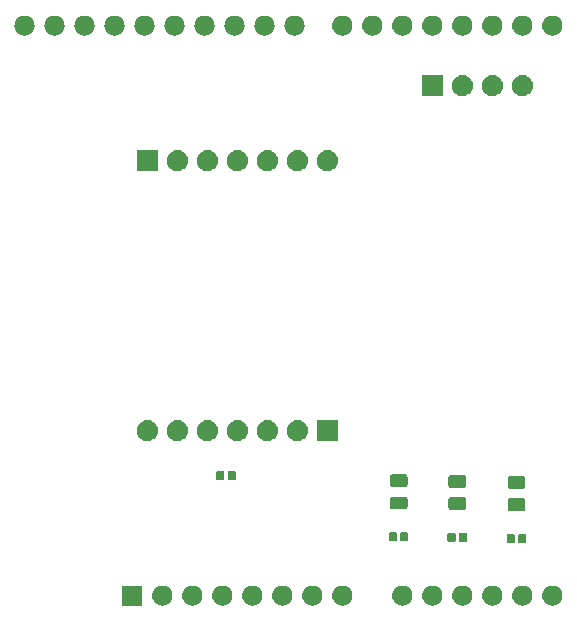
<source format=gbr>
G04 #@! TF.GenerationSoftware,KiCad,Pcbnew,5.0.2-bee76a0~70~ubuntu18.04.1*
G04 #@! TF.CreationDate,2019-01-17T16:48:38+08:00*
G04 #@! TF.ProjectId,inAir9B Shield,696e4169-7239-4422-9053-6869656c642e,rev?*
G04 #@! TF.SameCoordinates,Original*
G04 #@! TF.FileFunction,Soldermask,Top*
G04 #@! TF.FilePolarity,Negative*
%FSLAX46Y46*%
G04 Gerber Fmt 4.6, Leading zero omitted, Abs format (unit mm)*
G04 Created by KiCad (PCBNEW 5.0.2-bee76a0~70~ubuntu18.04.1) date Thu Jan 17 16:48:38 2019*
%MOMM*%
%LPD*%
G01*
G04 APERTURE LIST*
%ADD10C,0.100000*%
G04 APERTURE END LIST*
D10*
G36*
X158916821Y-113461313D02*
X158916824Y-113461314D01*
X158916825Y-113461314D01*
X159077239Y-113509975D01*
X159077241Y-113509976D01*
X159077244Y-113509977D01*
X159225078Y-113588995D01*
X159354659Y-113695341D01*
X159461005Y-113824922D01*
X159540023Y-113972756D01*
X159588687Y-114133179D01*
X159605117Y-114300000D01*
X159588687Y-114466821D01*
X159540023Y-114627244D01*
X159461005Y-114775078D01*
X159354659Y-114904659D01*
X159225078Y-115011005D01*
X159077244Y-115090023D01*
X159077241Y-115090024D01*
X159077239Y-115090025D01*
X158916825Y-115138686D01*
X158916824Y-115138686D01*
X158916821Y-115138687D01*
X158791804Y-115151000D01*
X158708196Y-115151000D01*
X158583179Y-115138687D01*
X158583176Y-115138686D01*
X158583175Y-115138686D01*
X158422761Y-115090025D01*
X158422759Y-115090024D01*
X158422756Y-115090023D01*
X158274922Y-115011005D01*
X158145341Y-114904659D01*
X158038995Y-114775078D01*
X157959977Y-114627244D01*
X157911313Y-114466821D01*
X157894883Y-114300000D01*
X157911313Y-114133179D01*
X157959977Y-113972756D01*
X158038995Y-113824922D01*
X158145341Y-113695341D01*
X158274922Y-113588995D01*
X158422756Y-113509977D01*
X158422759Y-113509976D01*
X158422761Y-113509975D01*
X158583175Y-113461314D01*
X158583176Y-113461314D01*
X158583179Y-113461313D01*
X158708196Y-113449000D01*
X158791804Y-113449000D01*
X158916821Y-113461313D01*
X158916821Y-113461313D01*
G37*
G36*
X156376821Y-113461313D02*
X156376824Y-113461314D01*
X156376825Y-113461314D01*
X156537239Y-113509975D01*
X156537241Y-113509976D01*
X156537244Y-113509977D01*
X156685078Y-113588995D01*
X156814659Y-113695341D01*
X156921005Y-113824922D01*
X157000023Y-113972756D01*
X157048687Y-114133179D01*
X157065117Y-114300000D01*
X157048687Y-114466821D01*
X157000023Y-114627244D01*
X156921005Y-114775078D01*
X156814659Y-114904659D01*
X156685078Y-115011005D01*
X156537244Y-115090023D01*
X156537241Y-115090024D01*
X156537239Y-115090025D01*
X156376825Y-115138686D01*
X156376824Y-115138686D01*
X156376821Y-115138687D01*
X156251804Y-115151000D01*
X156168196Y-115151000D01*
X156043179Y-115138687D01*
X156043176Y-115138686D01*
X156043175Y-115138686D01*
X155882761Y-115090025D01*
X155882759Y-115090024D01*
X155882756Y-115090023D01*
X155734922Y-115011005D01*
X155605341Y-114904659D01*
X155498995Y-114775078D01*
X155419977Y-114627244D01*
X155371313Y-114466821D01*
X155354883Y-114300000D01*
X155371313Y-114133179D01*
X155419977Y-113972756D01*
X155498995Y-113824922D01*
X155605341Y-113695341D01*
X155734922Y-113588995D01*
X155882756Y-113509977D01*
X155882759Y-113509976D01*
X155882761Y-113509975D01*
X156043175Y-113461314D01*
X156043176Y-113461314D01*
X156043179Y-113461313D01*
X156168196Y-113449000D01*
X156251804Y-113449000D01*
X156376821Y-113461313D01*
X156376821Y-113461313D01*
G37*
G36*
X153836821Y-113461313D02*
X153836824Y-113461314D01*
X153836825Y-113461314D01*
X153997239Y-113509975D01*
X153997241Y-113509976D01*
X153997244Y-113509977D01*
X154145078Y-113588995D01*
X154274659Y-113695341D01*
X154381005Y-113824922D01*
X154460023Y-113972756D01*
X154508687Y-114133179D01*
X154525117Y-114300000D01*
X154508687Y-114466821D01*
X154460023Y-114627244D01*
X154381005Y-114775078D01*
X154274659Y-114904659D01*
X154145078Y-115011005D01*
X153997244Y-115090023D01*
X153997241Y-115090024D01*
X153997239Y-115090025D01*
X153836825Y-115138686D01*
X153836824Y-115138686D01*
X153836821Y-115138687D01*
X153711804Y-115151000D01*
X153628196Y-115151000D01*
X153503179Y-115138687D01*
X153503176Y-115138686D01*
X153503175Y-115138686D01*
X153342761Y-115090025D01*
X153342759Y-115090024D01*
X153342756Y-115090023D01*
X153194922Y-115011005D01*
X153065341Y-114904659D01*
X152958995Y-114775078D01*
X152879977Y-114627244D01*
X152831313Y-114466821D01*
X152814883Y-114300000D01*
X152831313Y-114133179D01*
X152879977Y-113972756D01*
X152958995Y-113824922D01*
X153065341Y-113695341D01*
X153194922Y-113588995D01*
X153342756Y-113509977D01*
X153342759Y-113509976D01*
X153342761Y-113509975D01*
X153503175Y-113461314D01*
X153503176Y-113461314D01*
X153503179Y-113461313D01*
X153628196Y-113449000D01*
X153711804Y-113449000D01*
X153836821Y-113461313D01*
X153836821Y-113461313D01*
G37*
G36*
X151296821Y-113461313D02*
X151296824Y-113461314D01*
X151296825Y-113461314D01*
X151457239Y-113509975D01*
X151457241Y-113509976D01*
X151457244Y-113509977D01*
X151605078Y-113588995D01*
X151734659Y-113695341D01*
X151841005Y-113824922D01*
X151920023Y-113972756D01*
X151968687Y-114133179D01*
X151985117Y-114300000D01*
X151968687Y-114466821D01*
X151920023Y-114627244D01*
X151841005Y-114775078D01*
X151734659Y-114904659D01*
X151605078Y-115011005D01*
X151457244Y-115090023D01*
X151457241Y-115090024D01*
X151457239Y-115090025D01*
X151296825Y-115138686D01*
X151296824Y-115138686D01*
X151296821Y-115138687D01*
X151171804Y-115151000D01*
X151088196Y-115151000D01*
X150963179Y-115138687D01*
X150963176Y-115138686D01*
X150963175Y-115138686D01*
X150802761Y-115090025D01*
X150802759Y-115090024D01*
X150802756Y-115090023D01*
X150654922Y-115011005D01*
X150525341Y-114904659D01*
X150418995Y-114775078D01*
X150339977Y-114627244D01*
X150291313Y-114466821D01*
X150274883Y-114300000D01*
X150291313Y-114133179D01*
X150339977Y-113972756D01*
X150418995Y-113824922D01*
X150525341Y-113695341D01*
X150654922Y-113588995D01*
X150802756Y-113509977D01*
X150802759Y-113509976D01*
X150802761Y-113509975D01*
X150963175Y-113461314D01*
X150963176Y-113461314D01*
X150963179Y-113461313D01*
X151088196Y-113449000D01*
X151171804Y-113449000D01*
X151296821Y-113461313D01*
X151296821Y-113461313D01*
G37*
G36*
X148756821Y-113461313D02*
X148756824Y-113461314D01*
X148756825Y-113461314D01*
X148917239Y-113509975D01*
X148917241Y-113509976D01*
X148917244Y-113509977D01*
X149065078Y-113588995D01*
X149194659Y-113695341D01*
X149301005Y-113824922D01*
X149380023Y-113972756D01*
X149428687Y-114133179D01*
X149445117Y-114300000D01*
X149428687Y-114466821D01*
X149380023Y-114627244D01*
X149301005Y-114775078D01*
X149194659Y-114904659D01*
X149065078Y-115011005D01*
X148917244Y-115090023D01*
X148917241Y-115090024D01*
X148917239Y-115090025D01*
X148756825Y-115138686D01*
X148756824Y-115138686D01*
X148756821Y-115138687D01*
X148631804Y-115151000D01*
X148548196Y-115151000D01*
X148423179Y-115138687D01*
X148423176Y-115138686D01*
X148423175Y-115138686D01*
X148262761Y-115090025D01*
X148262759Y-115090024D01*
X148262756Y-115090023D01*
X148114922Y-115011005D01*
X147985341Y-114904659D01*
X147878995Y-114775078D01*
X147799977Y-114627244D01*
X147751313Y-114466821D01*
X147734883Y-114300000D01*
X147751313Y-114133179D01*
X147799977Y-113972756D01*
X147878995Y-113824922D01*
X147985341Y-113695341D01*
X148114922Y-113588995D01*
X148262756Y-113509977D01*
X148262759Y-113509976D01*
X148262761Y-113509975D01*
X148423175Y-113461314D01*
X148423176Y-113461314D01*
X148423179Y-113461313D01*
X148548196Y-113449000D01*
X148631804Y-113449000D01*
X148756821Y-113461313D01*
X148756821Y-113461313D01*
G37*
G36*
X146216821Y-113461313D02*
X146216824Y-113461314D01*
X146216825Y-113461314D01*
X146377239Y-113509975D01*
X146377241Y-113509976D01*
X146377244Y-113509977D01*
X146525078Y-113588995D01*
X146654659Y-113695341D01*
X146761005Y-113824922D01*
X146840023Y-113972756D01*
X146888687Y-114133179D01*
X146905117Y-114300000D01*
X146888687Y-114466821D01*
X146840023Y-114627244D01*
X146761005Y-114775078D01*
X146654659Y-114904659D01*
X146525078Y-115011005D01*
X146377244Y-115090023D01*
X146377241Y-115090024D01*
X146377239Y-115090025D01*
X146216825Y-115138686D01*
X146216824Y-115138686D01*
X146216821Y-115138687D01*
X146091804Y-115151000D01*
X146008196Y-115151000D01*
X145883179Y-115138687D01*
X145883176Y-115138686D01*
X145883175Y-115138686D01*
X145722761Y-115090025D01*
X145722759Y-115090024D01*
X145722756Y-115090023D01*
X145574922Y-115011005D01*
X145445341Y-114904659D01*
X145338995Y-114775078D01*
X145259977Y-114627244D01*
X145211313Y-114466821D01*
X145194883Y-114300000D01*
X145211313Y-114133179D01*
X145259977Y-113972756D01*
X145338995Y-113824922D01*
X145445341Y-113695341D01*
X145574922Y-113588995D01*
X145722756Y-113509977D01*
X145722759Y-113509976D01*
X145722761Y-113509975D01*
X145883175Y-113461314D01*
X145883176Y-113461314D01*
X145883179Y-113461313D01*
X146008196Y-113449000D01*
X146091804Y-113449000D01*
X146216821Y-113461313D01*
X146216821Y-113461313D01*
G37*
G36*
X141136821Y-113461313D02*
X141136824Y-113461314D01*
X141136825Y-113461314D01*
X141297239Y-113509975D01*
X141297241Y-113509976D01*
X141297244Y-113509977D01*
X141445078Y-113588995D01*
X141574659Y-113695341D01*
X141681005Y-113824922D01*
X141760023Y-113972756D01*
X141808687Y-114133179D01*
X141825117Y-114300000D01*
X141808687Y-114466821D01*
X141760023Y-114627244D01*
X141681005Y-114775078D01*
X141574659Y-114904659D01*
X141445078Y-115011005D01*
X141297244Y-115090023D01*
X141297241Y-115090024D01*
X141297239Y-115090025D01*
X141136825Y-115138686D01*
X141136824Y-115138686D01*
X141136821Y-115138687D01*
X141011804Y-115151000D01*
X140928196Y-115151000D01*
X140803179Y-115138687D01*
X140803176Y-115138686D01*
X140803175Y-115138686D01*
X140642761Y-115090025D01*
X140642759Y-115090024D01*
X140642756Y-115090023D01*
X140494922Y-115011005D01*
X140365341Y-114904659D01*
X140258995Y-114775078D01*
X140179977Y-114627244D01*
X140131313Y-114466821D01*
X140114883Y-114300000D01*
X140131313Y-114133179D01*
X140179977Y-113972756D01*
X140258995Y-113824922D01*
X140365341Y-113695341D01*
X140494922Y-113588995D01*
X140642756Y-113509977D01*
X140642759Y-113509976D01*
X140642761Y-113509975D01*
X140803175Y-113461314D01*
X140803176Y-113461314D01*
X140803179Y-113461313D01*
X140928196Y-113449000D01*
X141011804Y-113449000D01*
X141136821Y-113461313D01*
X141136821Y-113461313D01*
G37*
G36*
X138596821Y-113461313D02*
X138596824Y-113461314D01*
X138596825Y-113461314D01*
X138757239Y-113509975D01*
X138757241Y-113509976D01*
X138757244Y-113509977D01*
X138905078Y-113588995D01*
X139034659Y-113695341D01*
X139141005Y-113824922D01*
X139220023Y-113972756D01*
X139268687Y-114133179D01*
X139285117Y-114300000D01*
X139268687Y-114466821D01*
X139220023Y-114627244D01*
X139141005Y-114775078D01*
X139034659Y-114904659D01*
X138905078Y-115011005D01*
X138757244Y-115090023D01*
X138757241Y-115090024D01*
X138757239Y-115090025D01*
X138596825Y-115138686D01*
X138596824Y-115138686D01*
X138596821Y-115138687D01*
X138471804Y-115151000D01*
X138388196Y-115151000D01*
X138263179Y-115138687D01*
X138263176Y-115138686D01*
X138263175Y-115138686D01*
X138102761Y-115090025D01*
X138102759Y-115090024D01*
X138102756Y-115090023D01*
X137954922Y-115011005D01*
X137825341Y-114904659D01*
X137718995Y-114775078D01*
X137639977Y-114627244D01*
X137591313Y-114466821D01*
X137574883Y-114300000D01*
X137591313Y-114133179D01*
X137639977Y-113972756D01*
X137718995Y-113824922D01*
X137825341Y-113695341D01*
X137954922Y-113588995D01*
X138102756Y-113509977D01*
X138102759Y-113509976D01*
X138102761Y-113509975D01*
X138263175Y-113461314D01*
X138263176Y-113461314D01*
X138263179Y-113461313D01*
X138388196Y-113449000D01*
X138471804Y-113449000D01*
X138596821Y-113461313D01*
X138596821Y-113461313D01*
G37*
G36*
X133516821Y-113461313D02*
X133516824Y-113461314D01*
X133516825Y-113461314D01*
X133677239Y-113509975D01*
X133677241Y-113509976D01*
X133677244Y-113509977D01*
X133825078Y-113588995D01*
X133954659Y-113695341D01*
X134061005Y-113824922D01*
X134140023Y-113972756D01*
X134188687Y-114133179D01*
X134205117Y-114300000D01*
X134188687Y-114466821D01*
X134140023Y-114627244D01*
X134061005Y-114775078D01*
X133954659Y-114904659D01*
X133825078Y-115011005D01*
X133677244Y-115090023D01*
X133677241Y-115090024D01*
X133677239Y-115090025D01*
X133516825Y-115138686D01*
X133516824Y-115138686D01*
X133516821Y-115138687D01*
X133391804Y-115151000D01*
X133308196Y-115151000D01*
X133183179Y-115138687D01*
X133183176Y-115138686D01*
X133183175Y-115138686D01*
X133022761Y-115090025D01*
X133022759Y-115090024D01*
X133022756Y-115090023D01*
X132874922Y-115011005D01*
X132745341Y-114904659D01*
X132638995Y-114775078D01*
X132559977Y-114627244D01*
X132511313Y-114466821D01*
X132494883Y-114300000D01*
X132511313Y-114133179D01*
X132559977Y-113972756D01*
X132638995Y-113824922D01*
X132745341Y-113695341D01*
X132874922Y-113588995D01*
X133022756Y-113509977D01*
X133022759Y-113509976D01*
X133022761Y-113509975D01*
X133183175Y-113461314D01*
X133183176Y-113461314D01*
X133183179Y-113461313D01*
X133308196Y-113449000D01*
X133391804Y-113449000D01*
X133516821Y-113461313D01*
X133516821Y-113461313D01*
G37*
G36*
X130976821Y-113461313D02*
X130976824Y-113461314D01*
X130976825Y-113461314D01*
X131137239Y-113509975D01*
X131137241Y-113509976D01*
X131137244Y-113509977D01*
X131285078Y-113588995D01*
X131414659Y-113695341D01*
X131521005Y-113824922D01*
X131600023Y-113972756D01*
X131648687Y-114133179D01*
X131665117Y-114300000D01*
X131648687Y-114466821D01*
X131600023Y-114627244D01*
X131521005Y-114775078D01*
X131414659Y-114904659D01*
X131285078Y-115011005D01*
X131137244Y-115090023D01*
X131137241Y-115090024D01*
X131137239Y-115090025D01*
X130976825Y-115138686D01*
X130976824Y-115138686D01*
X130976821Y-115138687D01*
X130851804Y-115151000D01*
X130768196Y-115151000D01*
X130643179Y-115138687D01*
X130643176Y-115138686D01*
X130643175Y-115138686D01*
X130482761Y-115090025D01*
X130482759Y-115090024D01*
X130482756Y-115090023D01*
X130334922Y-115011005D01*
X130205341Y-114904659D01*
X130098995Y-114775078D01*
X130019977Y-114627244D01*
X129971313Y-114466821D01*
X129954883Y-114300000D01*
X129971313Y-114133179D01*
X130019977Y-113972756D01*
X130098995Y-113824922D01*
X130205341Y-113695341D01*
X130334922Y-113588995D01*
X130482756Y-113509977D01*
X130482759Y-113509976D01*
X130482761Y-113509975D01*
X130643175Y-113461314D01*
X130643176Y-113461314D01*
X130643179Y-113461313D01*
X130768196Y-113449000D01*
X130851804Y-113449000D01*
X130976821Y-113461313D01*
X130976821Y-113461313D01*
G37*
G36*
X128436821Y-113461313D02*
X128436824Y-113461314D01*
X128436825Y-113461314D01*
X128597239Y-113509975D01*
X128597241Y-113509976D01*
X128597244Y-113509977D01*
X128745078Y-113588995D01*
X128874659Y-113695341D01*
X128981005Y-113824922D01*
X129060023Y-113972756D01*
X129108687Y-114133179D01*
X129125117Y-114300000D01*
X129108687Y-114466821D01*
X129060023Y-114627244D01*
X128981005Y-114775078D01*
X128874659Y-114904659D01*
X128745078Y-115011005D01*
X128597244Y-115090023D01*
X128597241Y-115090024D01*
X128597239Y-115090025D01*
X128436825Y-115138686D01*
X128436824Y-115138686D01*
X128436821Y-115138687D01*
X128311804Y-115151000D01*
X128228196Y-115151000D01*
X128103179Y-115138687D01*
X128103176Y-115138686D01*
X128103175Y-115138686D01*
X127942761Y-115090025D01*
X127942759Y-115090024D01*
X127942756Y-115090023D01*
X127794922Y-115011005D01*
X127665341Y-114904659D01*
X127558995Y-114775078D01*
X127479977Y-114627244D01*
X127431313Y-114466821D01*
X127414883Y-114300000D01*
X127431313Y-114133179D01*
X127479977Y-113972756D01*
X127558995Y-113824922D01*
X127665341Y-113695341D01*
X127794922Y-113588995D01*
X127942756Y-113509977D01*
X127942759Y-113509976D01*
X127942761Y-113509975D01*
X128103175Y-113461314D01*
X128103176Y-113461314D01*
X128103179Y-113461313D01*
X128228196Y-113449000D01*
X128311804Y-113449000D01*
X128436821Y-113461313D01*
X128436821Y-113461313D01*
G37*
G36*
X125896821Y-113461313D02*
X125896824Y-113461314D01*
X125896825Y-113461314D01*
X126057239Y-113509975D01*
X126057241Y-113509976D01*
X126057244Y-113509977D01*
X126205078Y-113588995D01*
X126334659Y-113695341D01*
X126441005Y-113824922D01*
X126520023Y-113972756D01*
X126568687Y-114133179D01*
X126585117Y-114300000D01*
X126568687Y-114466821D01*
X126520023Y-114627244D01*
X126441005Y-114775078D01*
X126334659Y-114904659D01*
X126205078Y-115011005D01*
X126057244Y-115090023D01*
X126057241Y-115090024D01*
X126057239Y-115090025D01*
X125896825Y-115138686D01*
X125896824Y-115138686D01*
X125896821Y-115138687D01*
X125771804Y-115151000D01*
X125688196Y-115151000D01*
X125563179Y-115138687D01*
X125563176Y-115138686D01*
X125563175Y-115138686D01*
X125402761Y-115090025D01*
X125402759Y-115090024D01*
X125402756Y-115090023D01*
X125254922Y-115011005D01*
X125125341Y-114904659D01*
X125018995Y-114775078D01*
X124939977Y-114627244D01*
X124891313Y-114466821D01*
X124874883Y-114300000D01*
X124891313Y-114133179D01*
X124939977Y-113972756D01*
X125018995Y-113824922D01*
X125125341Y-113695341D01*
X125254922Y-113588995D01*
X125402756Y-113509977D01*
X125402759Y-113509976D01*
X125402761Y-113509975D01*
X125563175Y-113461314D01*
X125563176Y-113461314D01*
X125563179Y-113461313D01*
X125688196Y-113449000D01*
X125771804Y-113449000D01*
X125896821Y-113461313D01*
X125896821Y-113461313D01*
G37*
G36*
X124041000Y-115151000D02*
X122339000Y-115151000D01*
X122339000Y-113449000D01*
X124041000Y-113449000D01*
X124041000Y-115151000D01*
X124041000Y-115151000D01*
G37*
G36*
X136056821Y-113461313D02*
X136056824Y-113461314D01*
X136056825Y-113461314D01*
X136217239Y-113509975D01*
X136217241Y-113509976D01*
X136217244Y-113509977D01*
X136365078Y-113588995D01*
X136494659Y-113695341D01*
X136601005Y-113824922D01*
X136680023Y-113972756D01*
X136728687Y-114133179D01*
X136745117Y-114300000D01*
X136728687Y-114466821D01*
X136680023Y-114627244D01*
X136601005Y-114775078D01*
X136494659Y-114904659D01*
X136365078Y-115011005D01*
X136217244Y-115090023D01*
X136217241Y-115090024D01*
X136217239Y-115090025D01*
X136056825Y-115138686D01*
X136056824Y-115138686D01*
X136056821Y-115138687D01*
X135931804Y-115151000D01*
X135848196Y-115151000D01*
X135723179Y-115138687D01*
X135723176Y-115138686D01*
X135723175Y-115138686D01*
X135562761Y-115090025D01*
X135562759Y-115090024D01*
X135562756Y-115090023D01*
X135414922Y-115011005D01*
X135285341Y-114904659D01*
X135178995Y-114775078D01*
X135099977Y-114627244D01*
X135051313Y-114466821D01*
X135034883Y-114300000D01*
X135051313Y-114133179D01*
X135099977Y-113972756D01*
X135178995Y-113824922D01*
X135285341Y-113695341D01*
X135414922Y-113588995D01*
X135562756Y-113509977D01*
X135562759Y-113509976D01*
X135562761Y-113509975D01*
X135723175Y-113461314D01*
X135723176Y-113461314D01*
X135723179Y-113461313D01*
X135848196Y-113449000D01*
X135931804Y-113449000D01*
X136056821Y-113461313D01*
X136056821Y-113461313D01*
G37*
G36*
X155473938Y-109105716D02*
X155494556Y-109111970D01*
X155513556Y-109122126D01*
X155530208Y-109135792D01*
X155543874Y-109152444D01*
X155554030Y-109171444D01*
X155560284Y-109192062D01*
X155563000Y-109219640D01*
X155563000Y-109728360D01*
X155560284Y-109755938D01*
X155554030Y-109776556D01*
X155543874Y-109795556D01*
X155530208Y-109812208D01*
X155513556Y-109825874D01*
X155494556Y-109836030D01*
X155473938Y-109842284D01*
X155446360Y-109845000D01*
X154987640Y-109845000D01*
X154960062Y-109842284D01*
X154939444Y-109836030D01*
X154920444Y-109825874D01*
X154903792Y-109812208D01*
X154890126Y-109795556D01*
X154879970Y-109776556D01*
X154873716Y-109755938D01*
X154871000Y-109728360D01*
X154871000Y-109219640D01*
X154873716Y-109192062D01*
X154879970Y-109171444D01*
X154890126Y-109152444D01*
X154903792Y-109135792D01*
X154920444Y-109122126D01*
X154939444Y-109111970D01*
X154960062Y-109105716D01*
X154987640Y-109103000D01*
X155446360Y-109103000D01*
X155473938Y-109105716D01*
X155473938Y-109105716D01*
G37*
G36*
X156443938Y-109105716D02*
X156464556Y-109111970D01*
X156483556Y-109122126D01*
X156500208Y-109135792D01*
X156513874Y-109152444D01*
X156524030Y-109171444D01*
X156530284Y-109192062D01*
X156533000Y-109219640D01*
X156533000Y-109728360D01*
X156530284Y-109755938D01*
X156524030Y-109776556D01*
X156513874Y-109795556D01*
X156500208Y-109812208D01*
X156483556Y-109825874D01*
X156464556Y-109836030D01*
X156443938Y-109842284D01*
X156416360Y-109845000D01*
X155957640Y-109845000D01*
X155930062Y-109842284D01*
X155909444Y-109836030D01*
X155890444Y-109825874D01*
X155873792Y-109812208D01*
X155860126Y-109795556D01*
X155849970Y-109776556D01*
X155843716Y-109755938D01*
X155841000Y-109728360D01*
X155841000Y-109219640D01*
X155843716Y-109192062D01*
X155849970Y-109171444D01*
X155860126Y-109152444D01*
X155873792Y-109135792D01*
X155890444Y-109122126D01*
X155909444Y-109111970D01*
X155930062Y-109105716D01*
X155957640Y-109103000D01*
X156416360Y-109103000D01*
X156443938Y-109105716D01*
X156443938Y-109105716D01*
G37*
G36*
X150468946Y-109021759D02*
X150489564Y-109028013D01*
X150508564Y-109038169D01*
X150525216Y-109051835D01*
X150538882Y-109068487D01*
X150549038Y-109087487D01*
X150555292Y-109108105D01*
X150558008Y-109135683D01*
X150558008Y-109644403D01*
X150555292Y-109671981D01*
X150549038Y-109692599D01*
X150538882Y-109711599D01*
X150525216Y-109728251D01*
X150508564Y-109741917D01*
X150489564Y-109752073D01*
X150468946Y-109758327D01*
X150441368Y-109761043D01*
X149982648Y-109761043D01*
X149955070Y-109758327D01*
X149934452Y-109752073D01*
X149915452Y-109741917D01*
X149898800Y-109728251D01*
X149885134Y-109711599D01*
X149874978Y-109692599D01*
X149868724Y-109671981D01*
X149866008Y-109644403D01*
X149866008Y-109135683D01*
X149868724Y-109108105D01*
X149874978Y-109087487D01*
X149885134Y-109068487D01*
X149898800Y-109051835D01*
X149915452Y-109038169D01*
X149934452Y-109028013D01*
X149955070Y-109021759D01*
X149982648Y-109019043D01*
X150441368Y-109019043D01*
X150468946Y-109021759D01*
X150468946Y-109021759D01*
G37*
G36*
X151438946Y-109021759D02*
X151459564Y-109028013D01*
X151478564Y-109038169D01*
X151495216Y-109051835D01*
X151508882Y-109068487D01*
X151519038Y-109087487D01*
X151525292Y-109108105D01*
X151528008Y-109135683D01*
X151528008Y-109644403D01*
X151525292Y-109671981D01*
X151519038Y-109692599D01*
X151508882Y-109711599D01*
X151495216Y-109728251D01*
X151478564Y-109741917D01*
X151459564Y-109752073D01*
X151438946Y-109758327D01*
X151411368Y-109761043D01*
X150952648Y-109761043D01*
X150925070Y-109758327D01*
X150904452Y-109752073D01*
X150885452Y-109741917D01*
X150868800Y-109728251D01*
X150855134Y-109711599D01*
X150844978Y-109692599D01*
X150838724Y-109671981D01*
X150836008Y-109644403D01*
X150836008Y-109135683D01*
X150838724Y-109108105D01*
X150844978Y-109087487D01*
X150855134Y-109068487D01*
X150868800Y-109051835D01*
X150885452Y-109038169D01*
X150904452Y-109028013D01*
X150925070Y-109021759D01*
X150952648Y-109019043D01*
X151411368Y-109019043D01*
X151438946Y-109021759D01*
X151438946Y-109021759D01*
G37*
G36*
X145507826Y-108955547D02*
X145528444Y-108961801D01*
X145547444Y-108971957D01*
X145564096Y-108985623D01*
X145577762Y-109002275D01*
X145587918Y-109021275D01*
X145594172Y-109041893D01*
X145596888Y-109069471D01*
X145596888Y-109578191D01*
X145594172Y-109605769D01*
X145587918Y-109626387D01*
X145577762Y-109645387D01*
X145564096Y-109662039D01*
X145547444Y-109675705D01*
X145528444Y-109685861D01*
X145507826Y-109692115D01*
X145480248Y-109694831D01*
X145021528Y-109694831D01*
X144993950Y-109692115D01*
X144973332Y-109685861D01*
X144954332Y-109675705D01*
X144937680Y-109662039D01*
X144924014Y-109645387D01*
X144913858Y-109626387D01*
X144907604Y-109605769D01*
X144904888Y-109578191D01*
X144904888Y-109069471D01*
X144907604Y-109041893D01*
X144913858Y-109021275D01*
X144924014Y-109002275D01*
X144937680Y-108985623D01*
X144954332Y-108971957D01*
X144973332Y-108961801D01*
X144993950Y-108955547D01*
X145021528Y-108952831D01*
X145480248Y-108952831D01*
X145507826Y-108955547D01*
X145507826Y-108955547D01*
G37*
G36*
X146477826Y-108955547D02*
X146498444Y-108961801D01*
X146517444Y-108971957D01*
X146534096Y-108985623D01*
X146547762Y-109002275D01*
X146557918Y-109021275D01*
X146564172Y-109041893D01*
X146566888Y-109069471D01*
X146566888Y-109578191D01*
X146564172Y-109605769D01*
X146557918Y-109626387D01*
X146547762Y-109645387D01*
X146534096Y-109662039D01*
X146517444Y-109675705D01*
X146498444Y-109685861D01*
X146477826Y-109692115D01*
X146450248Y-109694831D01*
X145991528Y-109694831D01*
X145963950Y-109692115D01*
X145943332Y-109685861D01*
X145924332Y-109675705D01*
X145907680Y-109662039D01*
X145894014Y-109645387D01*
X145883858Y-109626387D01*
X145877604Y-109605769D01*
X145874888Y-109578191D01*
X145874888Y-109069471D01*
X145877604Y-109041893D01*
X145883858Y-109021275D01*
X145894014Y-109002275D01*
X145907680Y-108985623D01*
X145924332Y-108971957D01*
X145943332Y-108961801D01*
X145963950Y-108955547D01*
X145991528Y-108952831D01*
X146450248Y-108952831D01*
X146477826Y-108955547D01*
X146477826Y-108955547D01*
G37*
G36*
X156286466Y-106067565D02*
X156325137Y-106079296D01*
X156360779Y-106098348D01*
X156392017Y-106123983D01*
X156417652Y-106155221D01*
X156436704Y-106190863D01*
X156448435Y-106229534D01*
X156453000Y-106275888D01*
X156453000Y-106927112D01*
X156448435Y-106973466D01*
X156436704Y-107012137D01*
X156417652Y-107047779D01*
X156392017Y-107079017D01*
X156360779Y-107104652D01*
X156325137Y-107123704D01*
X156286466Y-107135435D01*
X156240112Y-107140000D01*
X155163888Y-107140000D01*
X155117534Y-107135435D01*
X155078863Y-107123704D01*
X155043221Y-107104652D01*
X155011983Y-107079017D01*
X154986348Y-107047779D01*
X154967296Y-107012137D01*
X154955565Y-106973466D01*
X154951000Y-106927112D01*
X154951000Y-106275888D01*
X154955565Y-106229534D01*
X154967296Y-106190863D01*
X154986348Y-106155221D01*
X155011983Y-106123983D01*
X155043221Y-106098348D01*
X155078863Y-106079296D01*
X155117534Y-106067565D01*
X155163888Y-106063000D01*
X156240112Y-106063000D01*
X156286466Y-106067565D01*
X156286466Y-106067565D01*
G37*
G36*
X151281474Y-105983608D02*
X151320145Y-105995339D01*
X151355787Y-106014391D01*
X151387025Y-106040026D01*
X151412660Y-106071264D01*
X151431712Y-106106906D01*
X151443443Y-106145577D01*
X151448008Y-106191931D01*
X151448008Y-106843155D01*
X151443443Y-106889509D01*
X151431712Y-106928180D01*
X151412660Y-106963822D01*
X151387025Y-106995060D01*
X151355787Y-107020695D01*
X151320145Y-107039747D01*
X151281474Y-107051478D01*
X151235120Y-107056043D01*
X150158896Y-107056043D01*
X150112542Y-107051478D01*
X150073871Y-107039747D01*
X150038229Y-107020695D01*
X150006991Y-106995060D01*
X149981356Y-106963822D01*
X149962304Y-106928180D01*
X149950573Y-106889509D01*
X149946008Y-106843155D01*
X149946008Y-106191931D01*
X149950573Y-106145577D01*
X149962304Y-106106906D01*
X149981356Y-106071264D01*
X150006991Y-106040026D01*
X150038229Y-106014391D01*
X150073871Y-105995339D01*
X150112542Y-105983608D01*
X150158896Y-105979043D01*
X151235120Y-105979043D01*
X151281474Y-105983608D01*
X151281474Y-105983608D01*
G37*
G36*
X146320354Y-105917396D02*
X146359025Y-105929127D01*
X146394667Y-105948179D01*
X146425905Y-105973814D01*
X146451540Y-106005052D01*
X146470592Y-106040694D01*
X146482323Y-106079365D01*
X146486888Y-106125719D01*
X146486888Y-106776943D01*
X146482323Y-106823297D01*
X146470592Y-106861968D01*
X146451540Y-106897610D01*
X146425905Y-106928848D01*
X146394667Y-106954483D01*
X146359025Y-106973535D01*
X146320354Y-106985266D01*
X146274000Y-106989831D01*
X145197776Y-106989831D01*
X145151422Y-106985266D01*
X145112751Y-106973535D01*
X145077109Y-106954483D01*
X145045871Y-106928848D01*
X145020236Y-106897610D01*
X145001184Y-106861968D01*
X144989453Y-106823297D01*
X144984888Y-106776943D01*
X144984888Y-106125719D01*
X144989453Y-106079365D01*
X145001184Y-106040694D01*
X145020236Y-106005052D01*
X145045871Y-105973814D01*
X145077109Y-105948179D01*
X145112751Y-105929127D01*
X145151422Y-105917396D01*
X145197776Y-105912831D01*
X146274000Y-105912831D01*
X146320354Y-105917396D01*
X146320354Y-105917396D01*
G37*
G36*
X156286466Y-104192565D02*
X156325137Y-104204296D01*
X156360779Y-104223348D01*
X156392017Y-104248983D01*
X156417652Y-104280221D01*
X156436704Y-104315863D01*
X156448435Y-104354534D01*
X156453000Y-104400888D01*
X156453000Y-105052112D01*
X156448435Y-105098466D01*
X156436704Y-105137137D01*
X156417652Y-105172779D01*
X156392017Y-105204017D01*
X156360779Y-105229652D01*
X156325137Y-105248704D01*
X156286466Y-105260435D01*
X156240112Y-105265000D01*
X155163888Y-105265000D01*
X155117534Y-105260435D01*
X155078863Y-105248704D01*
X155043221Y-105229652D01*
X155011983Y-105204017D01*
X154986348Y-105172779D01*
X154967296Y-105137137D01*
X154955565Y-105098466D01*
X154951000Y-105052112D01*
X154951000Y-104400888D01*
X154955565Y-104354534D01*
X154967296Y-104315863D01*
X154986348Y-104280221D01*
X155011983Y-104248983D01*
X155043221Y-104223348D01*
X155078863Y-104204296D01*
X155117534Y-104192565D01*
X155163888Y-104188000D01*
X156240112Y-104188000D01*
X156286466Y-104192565D01*
X156286466Y-104192565D01*
G37*
G36*
X151281474Y-104108608D02*
X151320145Y-104120339D01*
X151355787Y-104139391D01*
X151387025Y-104165026D01*
X151412660Y-104196264D01*
X151431712Y-104231906D01*
X151443443Y-104270577D01*
X151448008Y-104316931D01*
X151448008Y-104968155D01*
X151443443Y-105014509D01*
X151431712Y-105053180D01*
X151412660Y-105088822D01*
X151387025Y-105120060D01*
X151355787Y-105145695D01*
X151320145Y-105164747D01*
X151281474Y-105176478D01*
X151235120Y-105181043D01*
X150158896Y-105181043D01*
X150112542Y-105176478D01*
X150073871Y-105164747D01*
X150038229Y-105145695D01*
X150006991Y-105120060D01*
X149981356Y-105088822D01*
X149962304Y-105053180D01*
X149950573Y-105014509D01*
X149946008Y-104968155D01*
X149946008Y-104316931D01*
X149950573Y-104270577D01*
X149962304Y-104231906D01*
X149981356Y-104196264D01*
X150006991Y-104165026D01*
X150038229Y-104139391D01*
X150073871Y-104120339D01*
X150112542Y-104108608D01*
X150158896Y-104104043D01*
X151235120Y-104104043D01*
X151281474Y-104108608D01*
X151281474Y-104108608D01*
G37*
G36*
X146320354Y-104042396D02*
X146359025Y-104054127D01*
X146394667Y-104073179D01*
X146425905Y-104098814D01*
X146451540Y-104130052D01*
X146470592Y-104165694D01*
X146482323Y-104204365D01*
X146486888Y-104250719D01*
X146486888Y-104901943D01*
X146482323Y-104948297D01*
X146470592Y-104986968D01*
X146451540Y-105022610D01*
X146425905Y-105053848D01*
X146394667Y-105079483D01*
X146359025Y-105098535D01*
X146320354Y-105110266D01*
X146274000Y-105114831D01*
X145197776Y-105114831D01*
X145151422Y-105110266D01*
X145112751Y-105098535D01*
X145077109Y-105079483D01*
X145045871Y-105053848D01*
X145020236Y-105022610D01*
X145001184Y-104986968D01*
X144989453Y-104948297D01*
X144984888Y-104901943D01*
X144984888Y-104250719D01*
X144989453Y-104204365D01*
X145001184Y-104165694D01*
X145020236Y-104130052D01*
X145045871Y-104098814D01*
X145077109Y-104073179D01*
X145112751Y-104054127D01*
X145151422Y-104042396D01*
X145197776Y-104037831D01*
X146274000Y-104037831D01*
X146320354Y-104042396D01*
X146320354Y-104042396D01*
G37*
G36*
X130881938Y-103771716D02*
X130902556Y-103777970D01*
X130921556Y-103788126D01*
X130938208Y-103801792D01*
X130951874Y-103818444D01*
X130962030Y-103837444D01*
X130968284Y-103858062D01*
X130971000Y-103885640D01*
X130971000Y-104394360D01*
X130968284Y-104421938D01*
X130962030Y-104442556D01*
X130951874Y-104461556D01*
X130938208Y-104478208D01*
X130921556Y-104491874D01*
X130902556Y-104502030D01*
X130881938Y-104508284D01*
X130854360Y-104511000D01*
X130395640Y-104511000D01*
X130368062Y-104508284D01*
X130347444Y-104502030D01*
X130328444Y-104491874D01*
X130311792Y-104478208D01*
X130298126Y-104461556D01*
X130287970Y-104442556D01*
X130281716Y-104421938D01*
X130279000Y-104394360D01*
X130279000Y-103885640D01*
X130281716Y-103858062D01*
X130287970Y-103837444D01*
X130298126Y-103818444D01*
X130311792Y-103801792D01*
X130328444Y-103788126D01*
X130347444Y-103777970D01*
X130368062Y-103771716D01*
X130395640Y-103769000D01*
X130854360Y-103769000D01*
X130881938Y-103771716D01*
X130881938Y-103771716D01*
G37*
G36*
X131851938Y-103771716D02*
X131872556Y-103777970D01*
X131891556Y-103788126D01*
X131908208Y-103801792D01*
X131921874Y-103818444D01*
X131932030Y-103837444D01*
X131938284Y-103858062D01*
X131941000Y-103885640D01*
X131941000Y-104394360D01*
X131938284Y-104421938D01*
X131932030Y-104442556D01*
X131921874Y-104461556D01*
X131908208Y-104478208D01*
X131891556Y-104491874D01*
X131872556Y-104502030D01*
X131851938Y-104508284D01*
X131824360Y-104511000D01*
X131365640Y-104511000D01*
X131338062Y-104508284D01*
X131317444Y-104502030D01*
X131298444Y-104491874D01*
X131281792Y-104478208D01*
X131268126Y-104461556D01*
X131257970Y-104442556D01*
X131251716Y-104421938D01*
X131249000Y-104394360D01*
X131249000Y-103885640D01*
X131251716Y-103858062D01*
X131257970Y-103837444D01*
X131268126Y-103818444D01*
X131281792Y-103801792D01*
X131298444Y-103788126D01*
X131317444Y-103777970D01*
X131338062Y-103771716D01*
X131365640Y-103769000D01*
X131824360Y-103769000D01*
X131851938Y-103771716D01*
X131851938Y-103771716D01*
G37*
G36*
X134730443Y-99435519D02*
X134796627Y-99442037D01*
X134909853Y-99476384D01*
X134966467Y-99493557D01*
X135105087Y-99567652D01*
X135122991Y-99577222D01*
X135158729Y-99606552D01*
X135260186Y-99689814D01*
X135343448Y-99791271D01*
X135372778Y-99827009D01*
X135372779Y-99827011D01*
X135456443Y-99983533D01*
X135456443Y-99983534D01*
X135507963Y-100153373D01*
X135525359Y-100330000D01*
X135507963Y-100506627D01*
X135473616Y-100619853D01*
X135456443Y-100676467D01*
X135382348Y-100815087D01*
X135372778Y-100832991D01*
X135343448Y-100868729D01*
X135260186Y-100970186D01*
X135158729Y-101053448D01*
X135122991Y-101082778D01*
X135122989Y-101082779D01*
X134966467Y-101166443D01*
X134909853Y-101183616D01*
X134796627Y-101217963D01*
X134730443Y-101224481D01*
X134664260Y-101231000D01*
X134575740Y-101231000D01*
X134509558Y-101224482D01*
X134443373Y-101217963D01*
X134330147Y-101183616D01*
X134273533Y-101166443D01*
X134117011Y-101082779D01*
X134117009Y-101082778D01*
X134081271Y-101053448D01*
X133979814Y-100970186D01*
X133896552Y-100868729D01*
X133867222Y-100832991D01*
X133857652Y-100815087D01*
X133783557Y-100676467D01*
X133766384Y-100619853D01*
X133732037Y-100506627D01*
X133714641Y-100330000D01*
X133732037Y-100153373D01*
X133783557Y-99983534D01*
X133783557Y-99983533D01*
X133867221Y-99827011D01*
X133867222Y-99827009D01*
X133896552Y-99791271D01*
X133979814Y-99689814D01*
X134081271Y-99606552D01*
X134117009Y-99577222D01*
X134134913Y-99567652D01*
X134273533Y-99493557D01*
X134330147Y-99476384D01*
X134443373Y-99442037D01*
X134509558Y-99435518D01*
X134575740Y-99429000D01*
X134664260Y-99429000D01*
X134730443Y-99435519D01*
X134730443Y-99435519D01*
G37*
G36*
X132190443Y-99435519D02*
X132256627Y-99442037D01*
X132369853Y-99476384D01*
X132426467Y-99493557D01*
X132565087Y-99567652D01*
X132582991Y-99577222D01*
X132618729Y-99606552D01*
X132720186Y-99689814D01*
X132803448Y-99791271D01*
X132832778Y-99827009D01*
X132832779Y-99827011D01*
X132916443Y-99983533D01*
X132916443Y-99983534D01*
X132967963Y-100153373D01*
X132985359Y-100330000D01*
X132967963Y-100506627D01*
X132933616Y-100619853D01*
X132916443Y-100676467D01*
X132842348Y-100815087D01*
X132832778Y-100832991D01*
X132803448Y-100868729D01*
X132720186Y-100970186D01*
X132618729Y-101053448D01*
X132582991Y-101082778D01*
X132582989Y-101082779D01*
X132426467Y-101166443D01*
X132369853Y-101183616D01*
X132256627Y-101217963D01*
X132190443Y-101224481D01*
X132124260Y-101231000D01*
X132035740Y-101231000D01*
X131969558Y-101224482D01*
X131903373Y-101217963D01*
X131790147Y-101183616D01*
X131733533Y-101166443D01*
X131577011Y-101082779D01*
X131577009Y-101082778D01*
X131541271Y-101053448D01*
X131439814Y-100970186D01*
X131356552Y-100868729D01*
X131327222Y-100832991D01*
X131317652Y-100815087D01*
X131243557Y-100676467D01*
X131226384Y-100619853D01*
X131192037Y-100506627D01*
X131174641Y-100330000D01*
X131192037Y-100153373D01*
X131243557Y-99983534D01*
X131243557Y-99983533D01*
X131327221Y-99827011D01*
X131327222Y-99827009D01*
X131356552Y-99791271D01*
X131439814Y-99689814D01*
X131541271Y-99606552D01*
X131577009Y-99577222D01*
X131594913Y-99567652D01*
X131733533Y-99493557D01*
X131790147Y-99476384D01*
X131903373Y-99442037D01*
X131969558Y-99435518D01*
X132035740Y-99429000D01*
X132124260Y-99429000D01*
X132190443Y-99435519D01*
X132190443Y-99435519D01*
G37*
G36*
X140601000Y-101231000D02*
X138799000Y-101231000D01*
X138799000Y-99429000D01*
X140601000Y-99429000D01*
X140601000Y-101231000D01*
X140601000Y-101231000D01*
G37*
G36*
X127110443Y-99435519D02*
X127176627Y-99442037D01*
X127289853Y-99476384D01*
X127346467Y-99493557D01*
X127485087Y-99567652D01*
X127502991Y-99577222D01*
X127538729Y-99606552D01*
X127640186Y-99689814D01*
X127723448Y-99791271D01*
X127752778Y-99827009D01*
X127752779Y-99827011D01*
X127836443Y-99983533D01*
X127836443Y-99983534D01*
X127887963Y-100153373D01*
X127905359Y-100330000D01*
X127887963Y-100506627D01*
X127853616Y-100619853D01*
X127836443Y-100676467D01*
X127762348Y-100815087D01*
X127752778Y-100832991D01*
X127723448Y-100868729D01*
X127640186Y-100970186D01*
X127538729Y-101053448D01*
X127502991Y-101082778D01*
X127502989Y-101082779D01*
X127346467Y-101166443D01*
X127289853Y-101183616D01*
X127176627Y-101217963D01*
X127110443Y-101224481D01*
X127044260Y-101231000D01*
X126955740Y-101231000D01*
X126889558Y-101224482D01*
X126823373Y-101217963D01*
X126710147Y-101183616D01*
X126653533Y-101166443D01*
X126497011Y-101082779D01*
X126497009Y-101082778D01*
X126461271Y-101053448D01*
X126359814Y-100970186D01*
X126276552Y-100868729D01*
X126247222Y-100832991D01*
X126237652Y-100815087D01*
X126163557Y-100676467D01*
X126146384Y-100619853D01*
X126112037Y-100506627D01*
X126094641Y-100330000D01*
X126112037Y-100153373D01*
X126163557Y-99983534D01*
X126163557Y-99983533D01*
X126247221Y-99827011D01*
X126247222Y-99827009D01*
X126276552Y-99791271D01*
X126359814Y-99689814D01*
X126461271Y-99606552D01*
X126497009Y-99577222D01*
X126514913Y-99567652D01*
X126653533Y-99493557D01*
X126710147Y-99476384D01*
X126823373Y-99442037D01*
X126889558Y-99435518D01*
X126955740Y-99429000D01*
X127044260Y-99429000D01*
X127110443Y-99435519D01*
X127110443Y-99435519D01*
G37*
G36*
X137270443Y-99435519D02*
X137336627Y-99442037D01*
X137449853Y-99476384D01*
X137506467Y-99493557D01*
X137645087Y-99567652D01*
X137662991Y-99577222D01*
X137698729Y-99606552D01*
X137800186Y-99689814D01*
X137883448Y-99791271D01*
X137912778Y-99827009D01*
X137912779Y-99827011D01*
X137996443Y-99983533D01*
X137996443Y-99983534D01*
X138047963Y-100153373D01*
X138065359Y-100330000D01*
X138047963Y-100506627D01*
X138013616Y-100619853D01*
X137996443Y-100676467D01*
X137922348Y-100815087D01*
X137912778Y-100832991D01*
X137883448Y-100868729D01*
X137800186Y-100970186D01*
X137698729Y-101053448D01*
X137662991Y-101082778D01*
X137662989Y-101082779D01*
X137506467Y-101166443D01*
X137449853Y-101183616D01*
X137336627Y-101217963D01*
X137270443Y-101224481D01*
X137204260Y-101231000D01*
X137115740Y-101231000D01*
X137049558Y-101224482D01*
X136983373Y-101217963D01*
X136870147Y-101183616D01*
X136813533Y-101166443D01*
X136657011Y-101082779D01*
X136657009Y-101082778D01*
X136621271Y-101053448D01*
X136519814Y-100970186D01*
X136436552Y-100868729D01*
X136407222Y-100832991D01*
X136397652Y-100815087D01*
X136323557Y-100676467D01*
X136306384Y-100619853D01*
X136272037Y-100506627D01*
X136254641Y-100330000D01*
X136272037Y-100153373D01*
X136323557Y-99983534D01*
X136323557Y-99983533D01*
X136407221Y-99827011D01*
X136407222Y-99827009D01*
X136436552Y-99791271D01*
X136519814Y-99689814D01*
X136621271Y-99606552D01*
X136657009Y-99577222D01*
X136674913Y-99567652D01*
X136813533Y-99493557D01*
X136870147Y-99476384D01*
X136983373Y-99442037D01*
X137049558Y-99435518D01*
X137115740Y-99429000D01*
X137204260Y-99429000D01*
X137270443Y-99435519D01*
X137270443Y-99435519D01*
G37*
G36*
X129650443Y-99435519D02*
X129716627Y-99442037D01*
X129829853Y-99476384D01*
X129886467Y-99493557D01*
X130025087Y-99567652D01*
X130042991Y-99577222D01*
X130078729Y-99606552D01*
X130180186Y-99689814D01*
X130263448Y-99791271D01*
X130292778Y-99827009D01*
X130292779Y-99827011D01*
X130376443Y-99983533D01*
X130376443Y-99983534D01*
X130427963Y-100153373D01*
X130445359Y-100330000D01*
X130427963Y-100506627D01*
X130393616Y-100619853D01*
X130376443Y-100676467D01*
X130302348Y-100815087D01*
X130292778Y-100832991D01*
X130263448Y-100868729D01*
X130180186Y-100970186D01*
X130078729Y-101053448D01*
X130042991Y-101082778D01*
X130042989Y-101082779D01*
X129886467Y-101166443D01*
X129829853Y-101183616D01*
X129716627Y-101217963D01*
X129650443Y-101224481D01*
X129584260Y-101231000D01*
X129495740Y-101231000D01*
X129429558Y-101224482D01*
X129363373Y-101217963D01*
X129250147Y-101183616D01*
X129193533Y-101166443D01*
X129037011Y-101082779D01*
X129037009Y-101082778D01*
X129001271Y-101053448D01*
X128899814Y-100970186D01*
X128816552Y-100868729D01*
X128787222Y-100832991D01*
X128777652Y-100815087D01*
X128703557Y-100676467D01*
X128686384Y-100619853D01*
X128652037Y-100506627D01*
X128634641Y-100330000D01*
X128652037Y-100153373D01*
X128703557Y-99983534D01*
X128703557Y-99983533D01*
X128787221Y-99827011D01*
X128787222Y-99827009D01*
X128816552Y-99791271D01*
X128899814Y-99689814D01*
X129001271Y-99606552D01*
X129037009Y-99577222D01*
X129054913Y-99567652D01*
X129193533Y-99493557D01*
X129250147Y-99476384D01*
X129363373Y-99442037D01*
X129429558Y-99435518D01*
X129495740Y-99429000D01*
X129584260Y-99429000D01*
X129650443Y-99435519D01*
X129650443Y-99435519D01*
G37*
G36*
X124570443Y-99435519D02*
X124636627Y-99442037D01*
X124749853Y-99476384D01*
X124806467Y-99493557D01*
X124945087Y-99567652D01*
X124962991Y-99577222D01*
X124998729Y-99606552D01*
X125100186Y-99689814D01*
X125183448Y-99791271D01*
X125212778Y-99827009D01*
X125212779Y-99827011D01*
X125296443Y-99983533D01*
X125296443Y-99983534D01*
X125347963Y-100153373D01*
X125365359Y-100330000D01*
X125347963Y-100506627D01*
X125313616Y-100619853D01*
X125296443Y-100676467D01*
X125222348Y-100815087D01*
X125212778Y-100832991D01*
X125183448Y-100868729D01*
X125100186Y-100970186D01*
X124998729Y-101053448D01*
X124962991Y-101082778D01*
X124962989Y-101082779D01*
X124806467Y-101166443D01*
X124749853Y-101183616D01*
X124636627Y-101217963D01*
X124570443Y-101224481D01*
X124504260Y-101231000D01*
X124415740Y-101231000D01*
X124349558Y-101224482D01*
X124283373Y-101217963D01*
X124170147Y-101183616D01*
X124113533Y-101166443D01*
X123957011Y-101082779D01*
X123957009Y-101082778D01*
X123921271Y-101053448D01*
X123819814Y-100970186D01*
X123736552Y-100868729D01*
X123707222Y-100832991D01*
X123697652Y-100815087D01*
X123623557Y-100676467D01*
X123606384Y-100619853D01*
X123572037Y-100506627D01*
X123554641Y-100330000D01*
X123572037Y-100153373D01*
X123623557Y-99983534D01*
X123623557Y-99983533D01*
X123707221Y-99827011D01*
X123707222Y-99827009D01*
X123736552Y-99791271D01*
X123819814Y-99689814D01*
X123921271Y-99606552D01*
X123957009Y-99577222D01*
X123974913Y-99567652D01*
X124113533Y-99493557D01*
X124170147Y-99476384D01*
X124283373Y-99442037D01*
X124349558Y-99435518D01*
X124415740Y-99429000D01*
X124504260Y-99429000D01*
X124570443Y-99435519D01*
X124570443Y-99435519D01*
G37*
G36*
X129650443Y-76575519D02*
X129716627Y-76582037D01*
X129829853Y-76616384D01*
X129886467Y-76633557D01*
X130025087Y-76707652D01*
X130042991Y-76717222D01*
X130078729Y-76746552D01*
X130180186Y-76829814D01*
X130263448Y-76931271D01*
X130292778Y-76967009D01*
X130292779Y-76967011D01*
X130376443Y-77123533D01*
X130376443Y-77123534D01*
X130427963Y-77293373D01*
X130445359Y-77470000D01*
X130427963Y-77646627D01*
X130393616Y-77759853D01*
X130376443Y-77816467D01*
X130302348Y-77955087D01*
X130292778Y-77972991D01*
X130263448Y-78008729D01*
X130180186Y-78110186D01*
X130078729Y-78193448D01*
X130042991Y-78222778D01*
X130042989Y-78222779D01*
X129886467Y-78306443D01*
X129829853Y-78323616D01*
X129716627Y-78357963D01*
X129650443Y-78364481D01*
X129584260Y-78371000D01*
X129495740Y-78371000D01*
X129429557Y-78364481D01*
X129363373Y-78357963D01*
X129250147Y-78323616D01*
X129193533Y-78306443D01*
X129037011Y-78222779D01*
X129037009Y-78222778D01*
X129001271Y-78193448D01*
X128899814Y-78110186D01*
X128816552Y-78008729D01*
X128787222Y-77972991D01*
X128777652Y-77955087D01*
X128703557Y-77816467D01*
X128686384Y-77759853D01*
X128652037Y-77646627D01*
X128634641Y-77470000D01*
X128652037Y-77293373D01*
X128703557Y-77123534D01*
X128703557Y-77123533D01*
X128787221Y-76967011D01*
X128787222Y-76967009D01*
X128816552Y-76931271D01*
X128899814Y-76829814D01*
X129001271Y-76746552D01*
X129037009Y-76717222D01*
X129054913Y-76707652D01*
X129193533Y-76633557D01*
X129250147Y-76616384D01*
X129363373Y-76582037D01*
X129429557Y-76575519D01*
X129495740Y-76569000D01*
X129584260Y-76569000D01*
X129650443Y-76575519D01*
X129650443Y-76575519D01*
G37*
G36*
X139810443Y-76575519D02*
X139876627Y-76582037D01*
X139989853Y-76616384D01*
X140046467Y-76633557D01*
X140185087Y-76707652D01*
X140202991Y-76717222D01*
X140238729Y-76746552D01*
X140340186Y-76829814D01*
X140423448Y-76931271D01*
X140452778Y-76967009D01*
X140452779Y-76967011D01*
X140536443Y-77123533D01*
X140536443Y-77123534D01*
X140587963Y-77293373D01*
X140605359Y-77470000D01*
X140587963Y-77646627D01*
X140553616Y-77759853D01*
X140536443Y-77816467D01*
X140462348Y-77955087D01*
X140452778Y-77972991D01*
X140423448Y-78008729D01*
X140340186Y-78110186D01*
X140238729Y-78193448D01*
X140202991Y-78222778D01*
X140202989Y-78222779D01*
X140046467Y-78306443D01*
X139989853Y-78323616D01*
X139876627Y-78357963D01*
X139810443Y-78364481D01*
X139744260Y-78371000D01*
X139655740Y-78371000D01*
X139589557Y-78364481D01*
X139523373Y-78357963D01*
X139410147Y-78323616D01*
X139353533Y-78306443D01*
X139197011Y-78222779D01*
X139197009Y-78222778D01*
X139161271Y-78193448D01*
X139059814Y-78110186D01*
X138976552Y-78008729D01*
X138947222Y-77972991D01*
X138937652Y-77955087D01*
X138863557Y-77816467D01*
X138846384Y-77759853D01*
X138812037Y-77646627D01*
X138794641Y-77470000D01*
X138812037Y-77293373D01*
X138863557Y-77123534D01*
X138863557Y-77123533D01*
X138947221Y-76967011D01*
X138947222Y-76967009D01*
X138976552Y-76931271D01*
X139059814Y-76829814D01*
X139161271Y-76746552D01*
X139197009Y-76717222D01*
X139214913Y-76707652D01*
X139353533Y-76633557D01*
X139410147Y-76616384D01*
X139523373Y-76582037D01*
X139589557Y-76575519D01*
X139655740Y-76569000D01*
X139744260Y-76569000D01*
X139810443Y-76575519D01*
X139810443Y-76575519D01*
G37*
G36*
X137270443Y-76575519D02*
X137336627Y-76582037D01*
X137449853Y-76616384D01*
X137506467Y-76633557D01*
X137645087Y-76707652D01*
X137662991Y-76717222D01*
X137698729Y-76746552D01*
X137800186Y-76829814D01*
X137883448Y-76931271D01*
X137912778Y-76967009D01*
X137912779Y-76967011D01*
X137996443Y-77123533D01*
X137996443Y-77123534D01*
X138047963Y-77293373D01*
X138065359Y-77470000D01*
X138047963Y-77646627D01*
X138013616Y-77759853D01*
X137996443Y-77816467D01*
X137922348Y-77955087D01*
X137912778Y-77972991D01*
X137883448Y-78008729D01*
X137800186Y-78110186D01*
X137698729Y-78193448D01*
X137662991Y-78222778D01*
X137662989Y-78222779D01*
X137506467Y-78306443D01*
X137449853Y-78323616D01*
X137336627Y-78357963D01*
X137270443Y-78364481D01*
X137204260Y-78371000D01*
X137115740Y-78371000D01*
X137049557Y-78364481D01*
X136983373Y-78357963D01*
X136870147Y-78323616D01*
X136813533Y-78306443D01*
X136657011Y-78222779D01*
X136657009Y-78222778D01*
X136621271Y-78193448D01*
X136519814Y-78110186D01*
X136436552Y-78008729D01*
X136407222Y-77972991D01*
X136397652Y-77955087D01*
X136323557Y-77816467D01*
X136306384Y-77759853D01*
X136272037Y-77646627D01*
X136254641Y-77470000D01*
X136272037Y-77293373D01*
X136323557Y-77123534D01*
X136323557Y-77123533D01*
X136407221Y-76967011D01*
X136407222Y-76967009D01*
X136436552Y-76931271D01*
X136519814Y-76829814D01*
X136621271Y-76746552D01*
X136657009Y-76717222D01*
X136674913Y-76707652D01*
X136813533Y-76633557D01*
X136870147Y-76616384D01*
X136983373Y-76582037D01*
X137049557Y-76575519D01*
X137115740Y-76569000D01*
X137204260Y-76569000D01*
X137270443Y-76575519D01*
X137270443Y-76575519D01*
G37*
G36*
X134730443Y-76575519D02*
X134796627Y-76582037D01*
X134909853Y-76616384D01*
X134966467Y-76633557D01*
X135105087Y-76707652D01*
X135122991Y-76717222D01*
X135158729Y-76746552D01*
X135260186Y-76829814D01*
X135343448Y-76931271D01*
X135372778Y-76967009D01*
X135372779Y-76967011D01*
X135456443Y-77123533D01*
X135456443Y-77123534D01*
X135507963Y-77293373D01*
X135525359Y-77470000D01*
X135507963Y-77646627D01*
X135473616Y-77759853D01*
X135456443Y-77816467D01*
X135382348Y-77955087D01*
X135372778Y-77972991D01*
X135343448Y-78008729D01*
X135260186Y-78110186D01*
X135158729Y-78193448D01*
X135122991Y-78222778D01*
X135122989Y-78222779D01*
X134966467Y-78306443D01*
X134909853Y-78323616D01*
X134796627Y-78357963D01*
X134730443Y-78364481D01*
X134664260Y-78371000D01*
X134575740Y-78371000D01*
X134509557Y-78364481D01*
X134443373Y-78357963D01*
X134330147Y-78323616D01*
X134273533Y-78306443D01*
X134117011Y-78222779D01*
X134117009Y-78222778D01*
X134081271Y-78193448D01*
X133979814Y-78110186D01*
X133896552Y-78008729D01*
X133867222Y-77972991D01*
X133857652Y-77955087D01*
X133783557Y-77816467D01*
X133766384Y-77759853D01*
X133732037Y-77646627D01*
X133714641Y-77470000D01*
X133732037Y-77293373D01*
X133783557Y-77123534D01*
X133783557Y-77123533D01*
X133867221Y-76967011D01*
X133867222Y-76967009D01*
X133896552Y-76931271D01*
X133979814Y-76829814D01*
X134081271Y-76746552D01*
X134117009Y-76717222D01*
X134134913Y-76707652D01*
X134273533Y-76633557D01*
X134330147Y-76616384D01*
X134443373Y-76582037D01*
X134509557Y-76575519D01*
X134575740Y-76569000D01*
X134664260Y-76569000D01*
X134730443Y-76575519D01*
X134730443Y-76575519D01*
G37*
G36*
X125361000Y-78371000D02*
X123559000Y-78371000D01*
X123559000Y-76569000D01*
X125361000Y-76569000D01*
X125361000Y-78371000D01*
X125361000Y-78371000D01*
G37*
G36*
X132190443Y-76575519D02*
X132256627Y-76582037D01*
X132369853Y-76616384D01*
X132426467Y-76633557D01*
X132565087Y-76707652D01*
X132582991Y-76717222D01*
X132618729Y-76746552D01*
X132720186Y-76829814D01*
X132803448Y-76931271D01*
X132832778Y-76967009D01*
X132832779Y-76967011D01*
X132916443Y-77123533D01*
X132916443Y-77123534D01*
X132967963Y-77293373D01*
X132985359Y-77470000D01*
X132967963Y-77646627D01*
X132933616Y-77759853D01*
X132916443Y-77816467D01*
X132842348Y-77955087D01*
X132832778Y-77972991D01*
X132803448Y-78008729D01*
X132720186Y-78110186D01*
X132618729Y-78193448D01*
X132582991Y-78222778D01*
X132582989Y-78222779D01*
X132426467Y-78306443D01*
X132369853Y-78323616D01*
X132256627Y-78357963D01*
X132190443Y-78364481D01*
X132124260Y-78371000D01*
X132035740Y-78371000D01*
X131969557Y-78364481D01*
X131903373Y-78357963D01*
X131790147Y-78323616D01*
X131733533Y-78306443D01*
X131577011Y-78222779D01*
X131577009Y-78222778D01*
X131541271Y-78193448D01*
X131439814Y-78110186D01*
X131356552Y-78008729D01*
X131327222Y-77972991D01*
X131317652Y-77955087D01*
X131243557Y-77816467D01*
X131226384Y-77759853D01*
X131192037Y-77646627D01*
X131174641Y-77470000D01*
X131192037Y-77293373D01*
X131243557Y-77123534D01*
X131243557Y-77123533D01*
X131327221Y-76967011D01*
X131327222Y-76967009D01*
X131356552Y-76931271D01*
X131439814Y-76829814D01*
X131541271Y-76746552D01*
X131577009Y-76717222D01*
X131594913Y-76707652D01*
X131733533Y-76633557D01*
X131790147Y-76616384D01*
X131903373Y-76582037D01*
X131969557Y-76575519D01*
X132035740Y-76569000D01*
X132124260Y-76569000D01*
X132190443Y-76575519D01*
X132190443Y-76575519D01*
G37*
G36*
X127110443Y-76575519D02*
X127176627Y-76582037D01*
X127289853Y-76616384D01*
X127346467Y-76633557D01*
X127485087Y-76707652D01*
X127502991Y-76717222D01*
X127538729Y-76746552D01*
X127640186Y-76829814D01*
X127723448Y-76931271D01*
X127752778Y-76967009D01*
X127752779Y-76967011D01*
X127836443Y-77123533D01*
X127836443Y-77123534D01*
X127887963Y-77293373D01*
X127905359Y-77470000D01*
X127887963Y-77646627D01*
X127853616Y-77759853D01*
X127836443Y-77816467D01*
X127762348Y-77955087D01*
X127752778Y-77972991D01*
X127723448Y-78008729D01*
X127640186Y-78110186D01*
X127538729Y-78193448D01*
X127502991Y-78222778D01*
X127502989Y-78222779D01*
X127346467Y-78306443D01*
X127289853Y-78323616D01*
X127176627Y-78357963D01*
X127110443Y-78364481D01*
X127044260Y-78371000D01*
X126955740Y-78371000D01*
X126889557Y-78364481D01*
X126823373Y-78357963D01*
X126710147Y-78323616D01*
X126653533Y-78306443D01*
X126497011Y-78222779D01*
X126497009Y-78222778D01*
X126461271Y-78193448D01*
X126359814Y-78110186D01*
X126276552Y-78008729D01*
X126247222Y-77972991D01*
X126237652Y-77955087D01*
X126163557Y-77816467D01*
X126146384Y-77759853D01*
X126112037Y-77646627D01*
X126094641Y-77470000D01*
X126112037Y-77293373D01*
X126163557Y-77123534D01*
X126163557Y-77123533D01*
X126247221Y-76967011D01*
X126247222Y-76967009D01*
X126276552Y-76931271D01*
X126359814Y-76829814D01*
X126461271Y-76746552D01*
X126497009Y-76717222D01*
X126514913Y-76707652D01*
X126653533Y-76633557D01*
X126710147Y-76616384D01*
X126823373Y-76582037D01*
X126889557Y-76575519D01*
X126955740Y-76569000D01*
X127044260Y-76569000D01*
X127110443Y-76575519D01*
X127110443Y-76575519D01*
G37*
G36*
X149491000Y-72021000D02*
X147689000Y-72021000D01*
X147689000Y-70219000D01*
X149491000Y-70219000D01*
X149491000Y-72021000D01*
X149491000Y-72021000D01*
G37*
G36*
X156320442Y-70225518D02*
X156386627Y-70232037D01*
X156499853Y-70266384D01*
X156556467Y-70283557D01*
X156695087Y-70357652D01*
X156712991Y-70367222D01*
X156748729Y-70396552D01*
X156850186Y-70479814D01*
X156933448Y-70581271D01*
X156962778Y-70617009D01*
X156962779Y-70617011D01*
X157046443Y-70773533D01*
X157046443Y-70773534D01*
X157097963Y-70943373D01*
X157115359Y-71120000D01*
X157097963Y-71296627D01*
X157063616Y-71409853D01*
X157046443Y-71466467D01*
X156972348Y-71605087D01*
X156962778Y-71622991D01*
X156933448Y-71658729D01*
X156850186Y-71760186D01*
X156748729Y-71843448D01*
X156712991Y-71872778D01*
X156712989Y-71872779D01*
X156556467Y-71956443D01*
X156499853Y-71973616D01*
X156386627Y-72007963D01*
X156320443Y-72014481D01*
X156254260Y-72021000D01*
X156165740Y-72021000D01*
X156099557Y-72014481D01*
X156033373Y-72007963D01*
X155920147Y-71973616D01*
X155863533Y-71956443D01*
X155707011Y-71872779D01*
X155707009Y-71872778D01*
X155671271Y-71843448D01*
X155569814Y-71760186D01*
X155486552Y-71658729D01*
X155457222Y-71622991D01*
X155447652Y-71605087D01*
X155373557Y-71466467D01*
X155356384Y-71409853D01*
X155322037Y-71296627D01*
X155304641Y-71120000D01*
X155322037Y-70943373D01*
X155373557Y-70773534D01*
X155373557Y-70773533D01*
X155457221Y-70617011D01*
X155457222Y-70617009D01*
X155486552Y-70581271D01*
X155569814Y-70479814D01*
X155671271Y-70396552D01*
X155707009Y-70367222D01*
X155724913Y-70357652D01*
X155863533Y-70283557D01*
X155920147Y-70266384D01*
X156033373Y-70232037D01*
X156099558Y-70225518D01*
X156165740Y-70219000D01*
X156254260Y-70219000D01*
X156320442Y-70225518D01*
X156320442Y-70225518D01*
G37*
G36*
X151240442Y-70225518D02*
X151306627Y-70232037D01*
X151419853Y-70266384D01*
X151476467Y-70283557D01*
X151615087Y-70357652D01*
X151632991Y-70367222D01*
X151668729Y-70396552D01*
X151770186Y-70479814D01*
X151853448Y-70581271D01*
X151882778Y-70617009D01*
X151882779Y-70617011D01*
X151966443Y-70773533D01*
X151966443Y-70773534D01*
X152017963Y-70943373D01*
X152035359Y-71120000D01*
X152017963Y-71296627D01*
X151983616Y-71409853D01*
X151966443Y-71466467D01*
X151892348Y-71605087D01*
X151882778Y-71622991D01*
X151853448Y-71658729D01*
X151770186Y-71760186D01*
X151668729Y-71843448D01*
X151632991Y-71872778D01*
X151632989Y-71872779D01*
X151476467Y-71956443D01*
X151419853Y-71973616D01*
X151306627Y-72007963D01*
X151240443Y-72014481D01*
X151174260Y-72021000D01*
X151085740Y-72021000D01*
X151019557Y-72014481D01*
X150953373Y-72007963D01*
X150840147Y-71973616D01*
X150783533Y-71956443D01*
X150627011Y-71872779D01*
X150627009Y-71872778D01*
X150591271Y-71843448D01*
X150489814Y-71760186D01*
X150406552Y-71658729D01*
X150377222Y-71622991D01*
X150367652Y-71605087D01*
X150293557Y-71466467D01*
X150276384Y-71409853D01*
X150242037Y-71296627D01*
X150224641Y-71120000D01*
X150242037Y-70943373D01*
X150293557Y-70773534D01*
X150293557Y-70773533D01*
X150377221Y-70617011D01*
X150377222Y-70617009D01*
X150406552Y-70581271D01*
X150489814Y-70479814D01*
X150591271Y-70396552D01*
X150627009Y-70367222D01*
X150644913Y-70357652D01*
X150783533Y-70283557D01*
X150840147Y-70266384D01*
X150953373Y-70232037D01*
X151019558Y-70225518D01*
X151085740Y-70219000D01*
X151174260Y-70219000D01*
X151240442Y-70225518D01*
X151240442Y-70225518D01*
G37*
G36*
X153780442Y-70225518D02*
X153846627Y-70232037D01*
X153959853Y-70266384D01*
X154016467Y-70283557D01*
X154155087Y-70357652D01*
X154172991Y-70367222D01*
X154208729Y-70396552D01*
X154310186Y-70479814D01*
X154393448Y-70581271D01*
X154422778Y-70617009D01*
X154422779Y-70617011D01*
X154506443Y-70773533D01*
X154506443Y-70773534D01*
X154557963Y-70943373D01*
X154575359Y-71120000D01*
X154557963Y-71296627D01*
X154523616Y-71409853D01*
X154506443Y-71466467D01*
X154432348Y-71605087D01*
X154422778Y-71622991D01*
X154393448Y-71658729D01*
X154310186Y-71760186D01*
X154208729Y-71843448D01*
X154172991Y-71872778D01*
X154172989Y-71872779D01*
X154016467Y-71956443D01*
X153959853Y-71973616D01*
X153846627Y-72007963D01*
X153780443Y-72014481D01*
X153714260Y-72021000D01*
X153625740Y-72021000D01*
X153559557Y-72014481D01*
X153493373Y-72007963D01*
X153380147Y-71973616D01*
X153323533Y-71956443D01*
X153167011Y-71872779D01*
X153167009Y-71872778D01*
X153131271Y-71843448D01*
X153029814Y-71760186D01*
X152946552Y-71658729D01*
X152917222Y-71622991D01*
X152907652Y-71605087D01*
X152833557Y-71466467D01*
X152816384Y-71409853D01*
X152782037Y-71296627D01*
X152764641Y-71120000D01*
X152782037Y-70943373D01*
X152833557Y-70773534D01*
X152833557Y-70773533D01*
X152917221Y-70617011D01*
X152917222Y-70617009D01*
X152946552Y-70581271D01*
X153029814Y-70479814D01*
X153131271Y-70396552D01*
X153167009Y-70367222D01*
X153184913Y-70357652D01*
X153323533Y-70283557D01*
X153380147Y-70266384D01*
X153493373Y-70232037D01*
X153559558Y-70225518D01*
X153625740Y-70219000D01*
X153714260Y-70219000D01*
X153780442Y-70225518D01*
X153780442Y-70225518D01*
G37*
G36*
X116756821Y-65201313D02*
X116756824Y-65201314D01*
X116756825Y-65201314D01*
X116917239Y-65249975D01*
X116917241Y-65249976D01*
X116917244Y-65249977D01*
X117065078Y-65328995D01*
X117194659Y-65435341D01*
X117301005Y-65564922D01*
X117380023Y-65712756D01*
X117428687Y-65873179D01*
X117445117Y-66040000D01*
X117428687Y-66206821D01*
X117380023Y-66367244D01*
X117301005Y-66515078D01*
X117194659Y-66644659D01*
X117065078Y-66751005D01*
X116917244Y-66830023D01*
X116917241Y-66830024D01*
X116917239Y-66830025D01*
X116756825Y-66878686D01*
X116756824Y-66878686D01*
X116756821Y-66878687D01*
X116631804Y-66891000D01*
X116548196Y-66891000D01*
X116423179Y-66878687D01*
X116423176Y-66878686D01*
X116423175Y-66878686D01*
X116262761Y-66830025D01*
X116262759Y-66830024D01*
X116262756Y-66830023D01*
X116114922Y-66751005D01*
X115985341Y-66644659D01*
X115878995Y-66515078D01*
X115799977Y-66367244D01*
X115751313Y-66206821D01*
X115734883Y-66040000D01*
X115751313Y-65873179D01*
X115799977Y-65712756D01*
X115878995Y-65564922D01*
X115985341Y-65435341D01*
X116114922Y-65328995D01*
X116262756Y-65249977D01*
X116262759Y-65249976D01*
X116262761Y-65249975D01*
X116423175Y-65201314D01*
X116423176Y-65201314D01*
X116423179Y-65201313D01*
X116548196Y-65189000D01*
X116631804Y-65189000D01*
X116756821Y-65201313D01*
X116756821Y-65201313D01*
G37*
G36*
X121836821Y-65201313D02*
X121836824Y-65201314D01*
X121836825Y-65201314D01*
X121997239Y-65249975D01*
X121997241Y-65249976D01*
X121997244Y-65249977D01*
X122145078Y-65328995D01*
X122274659Y-65435341D01*
X122381005Y-65564922D01*
X122460023Y-65712756D01*
X122508687Y-65873179D01*
X122525117Y-66040000D01*
X122508687Y-66206821D01*
X122460023Y-66367244D01*
X122381005Y-66515078D01*
X122274659Y-66644659D01*
X122145078Y-66751005D01*
X121997244Y-66830023D01*
X121997241Y-66830024D01*
X121997239Y-66830025D01*
X121836825Y-66878686D01*
X121836824Y-66878686D01*
X121836821Y-66878687D01*
X121711804Y-66891000D01*
X121628196Y-66891000D01*
X121503179Y-66878687D01*
X121503176Y-66878686D01*
X121503175Y-66878686D01*
X121342761Y-66830025D01*
X121342759Y-66830024D01*
X121342756Y-66830023D01*
X121194922Y-66751005D01*
X121065341Y-66644659D01*
X120958995Y-66515078D01*
X120879977Y-66367244D01*
X120831313Y-66206821D01*
X120814883Y-66040000D01*
X120831313Y-65873179D01*
X120879977Y-65712756D01*
X120958995Y-65564922D01*
X121065341Y-65435341D01*
X121194922Y-65328995D01*
X121342756Y-65249977D01*
X121342759Y-65249976D01*
X121342761Y-65249975D01*
X121503175Y-65201314D01*
X121503176Y-65201314D01*
X121503179Y-65201313D01*
X121628196Y-65189000D01*
X121711804Y-65189000D01*
X121836821Y-65201313D01*
X121836821Y-65201313D01*
G37*
G36*
X124376821Y-65201313D02*
X124376824Y-65201314D01*
X124376825Y-65201314D01*
X124537239Y-65249975D01*
X124537241Y-65249976D01*
X124537244Y-65249977D01*
X124685078Y-65328995D01*
X124814659Y-65435341D01*
X124921005Y-65564922D01*
X125000023Y-65712756D01*
X125048687Y-65873179D01*
X125065117Y-66040000D01*
X125048687Y-66206821D01*
X125000023Y-66367244D01*
X124921005Y-66515078D01*
X124814659Y-66644659D01*
X124685078Y-66751005D01*
X124537244Y-66830023D01*
X124537241Y-66830024D01*
X124537239Y-66830025D01*
X124376825Y-66878686D01*
X124376824Y-66878686D01*
X124376821Y-66878687D01*
X124251804Y-66891000D01*
X124168196Y-66891000D01*
X124043179Y-66878687D01*
X124043176Y-66878686D01*
X124043175Y-66878686D01*
X123882761Y-66830025D01*
X123882759Y-66830024D01*
X123882756Y-66830023D01*
X123734922Y-66751005D01*
X123605341Y-66644659D01*
X123498995Y-66515078D01*
X123419977Y-66367244D01*
X123371313Y-66206821D01*
X123354883Y-66040000D01*
X123371313Y-65873179D01*
X123419977Y-65712756D01*
X123498995Y-65564922D01*
X123605341Y-65435341D01*
X123734922Y-65328995D01*
X123882756Y-65249977D01*
X123882759Y-65249976D01*
X123882761Y-65249975D01*
X124043175Y-65201314D01*
X124043176Y-65201314D01*
X124043179Y-65201313D01*
X124168196Y-65189000D01*
X124251804Y-65189000D01*
X124376821Y-65201313D01*
X124376821Y-65201313D01*
G37*
G36*
X126916821Y-65201313D02*
X126916824Y-65201314D01*
X126916825Y-65201314D01*
X127077239Y-65249975D01*
X127077241Y-65249976D01*
X127077244Y-65249977D01*
X127225078Y-65328995D01*
X127354659Y-65435341D01*
X127461005Y-65564922D01*
X127540023Y-65712756D01*
X127588687Y-65873179D01*
X127605117Y-66040000D01*
X127588687Y-66206821D01*
X127540023Y-66367244D01*
X127461005Y-66515078D01*
X127354659Y-66644659D01*
X127225078Y-66751005D01*
X127077244Y-66830023D01*
X127077241Y-66830024D01*
X127077239Y-66830025D01*
X126916825Y-66878686D01*
X126916824Y-66878686D01*
X126916821Y-66878687D01*
X126791804Y-66891000D01*
X126708196Y-66891000D01*
X126583179Y-66878687D01*
X126583176Y-66878686D01*
X126583175Y-66878686D01*
X126422761Y-66830025D01*
X126422759Y-66830024D01*
X126422756Y-66830023D01*
X126274922Y-66751005D01*
X126145341Y-66644659D01*
X126038995Y-66515078D01*
X125959977Y-66367244D01*
X125911313Y-66206821D01*
X125894883Y-66040000D01*
X125911313Y-65873179D01*
X125959977Y-65712756D01*
X126038995Y-65564922D01*
X126145341Y-65435341D01*
X126274922Y-65328995D01*
X126422756Y-65249977D01*
X126422759Y-65249976D01*
X126422761Y-65249975D01*
X126583175Y-65201314D01*
X126583176Y-65201314D01*
X126583179Y-65201313D01*
X126708196Y-65189000D01*
X126791804Y-65189000D01*
X126916821Y-65201313D01*
X126916821Y-65201313D01*
G37*
G36*
X129456821Y-65201313D02*
X129456824Y-65201314D01*
X129456825Y-65201314D01*
X129617239Y-65249975D01*
X129617241Y-65249976D01*
X129617244Y-65249977D01*
X129765078Y-65328995D01*
X129894659Y-65435341D01*
X130001005Y-65564922D01*
X130080023Y-65712756D01*
X130128687Y-65873179D01*
X130145117Y-66040000D01*
X130128687Y-66206821D01*
X130080023Y-66367244D01*
X130001005Y-66515078D01*
X129894659Y-66644659D01*
X129765078Y-66751005D01*
X129617244Y-66830023D01*
X129617241Y-66830024D01*
X129617239Y-66830025D01*
X129456825Y-66878686D01*
X129456824Y-66878686D01*
X129456821Y-66878687D01*
X129331804Y-66891000D01*
X129248196Y-66891000D01*
X129123179Y-66878687D01*
X129123176Y-66878686D01*
X129123175Y-66878686D01*
X128962761Y-66830025D01*
X128962759Y-66830024D01*
X128962756Y-66830023D01*
X128814922Y-66751005D01*
X128685341Y-66644659D01*
X128578995Y-66515078D01*
X128499977Y-66367244D01*
X128451313Y-66206821D01*
X128434883Y-66040000D01*
X128451313Y-65873179D01*
X128499977Y-65712756D01*
X128578995Y-65564922D01*
X128685341Y-65435341D01*
X128814922Y-65328995D01*
X128962756Y-65249977D01*
X128962759Y-65249976D01*
X128962761Y-65249975D01*
X129123175Y-65201314D01*
X129123176Y-65201314D01*
X129123179Y-65201313D01*
X129248196Y-65189000D01*
X129331804Y-65189000D01*
X129456821Y-65201313D01*
X129456821Y-65201313D01*
G37*
G36*
X134536821Y-65201313D02*
X134536824Y-65201314D01*
X134536825Y-65201314D01*
X134697239Y-65249975D01*
X134697241Y-65249976D01*
X134697244Y-65249977D01*
X134845078Y-65328995D01*
X134974659Y-65435341D01*
X135081005Y-65564922D01*
X135160023Y-65712756D01*
X135208687Y-65873179D01*
X135225117Y-66040000D01*
X135208687Y-66206821D01*
X135160023Y-66367244D01*
X135081005Y-66515078D01*
X134974659Y-66644659D01*
X134845078Y-66751005D01*
X134697244Y-66830023D01*
X134697241Y-66830024D01*
X134697239Y-66830025D01*
X134536825Y-66878686D01*
X134536824Y-66878686D01*
X134536821Y-66878687D01*
X134411804Y-66891000D01*
X134328196Y-66891000D01*
X134203179Y-66878687D01*
X134203176Y-66878686D01*
X134203175Y-66878686D01*
X134042761Y-66830025D01*
X134042759Y-66830024D01*
X134042756Y-66830023D01*
X133894922Y-66751005D01*
X133765341Y-66644659D01*
X133658995Y-66515078D01*
X133579977Y-66367244D01*
X133531313Y-66206821D01*
X133514883Y-66040000D01*
X133531313Y-65873179D01*
X133579977Y-65712756D01*
X133658995Y-65564922D01*
X133765341Y-65435341D01*
X133894922Y-65328995D01*
X134042756Y-65249977D01*
X134042759Y-65249976D01*
X134042761Y-65249975D01*
X134203175Y-65201314D01*
X134203176Y-65201314D01*
X134203179Y-65201313D01*
X134328196Y-65189000D01*
X134411804Y-65189000D01*
X134536821Y-65201313D01*
X134536821Y-65201313D01*
G37*
G36*
X137076821Y-65201313D02*
X137076824Y-65201314D01*
X137076825Y-65201314D01*
X137237239Y-65249975D01*
X137237241Y-65249976D01*
X137237244Y-65249977D01*
X137385078Y-65328995D01*
X137514659Y-65435341D01*
X137621005Y-65564922D01*
X137700023Y-65712756D01*
X137748687Y-65873179D01*
X137765117Y-66040000D01*
X137748687Y-66206821D01*
X137700023Y-66367244D01*
X137621005Y-66515078D01*
X137514659Y-66644659D01*
X137385078Y-66751005D01*
X137237244Y-66830023D01*
X137237241Y-66830024D01*
X137237239Y-66830025D01*
X137076825Y-66878686D01*
X137076824Y-66878686D01*
X137076821Y-66878687D01*
X136951804Y-66891000D01*
X136868196Y-66891000D01*
X136743179Y-66878687D01*
X136743176Y-66878686D01*
X136743175Y-66878686D01*
X136582761Y-66830025D01*
X136582759Y-66830024D01*
X136582756Y-66830023D01*
X136434922Y-66751005D01*
X136305341Y-66644659D01*
X136198995Y-66515078D01*
X136119977Y-66367244D01*
X136071313Y-66206821D01*
X136054883Y-66040000D01*
X136071313Y-65873179D01*
X136119977Y-65712756D01*
X136198995Y-65564922D01*
X136305341Y-65435341D01*
X136434922Y-65328995D01*
X136582756Y-65249977D01*
X136582759Y-65249976D01*
X136582761Y-65249975D01*
X136743175Y-65201314D01*
X136743176Y-65201314D01*
X136743179Y-65201313D01*
X136868196Y-65189000D01*
X136951804Y-65189000D01*
X137076821Y-65201313D01*
X137076821Y-65201313D01*
G37*
G36*
X141136821Y-65201313D02*
X141136824Y-65201314D01*
X141136825Y-65201314D01*
X141297239Y-65249975D01*
X141297241Y-65249976D01*
X141297244Y-65249977D01*
X141445078Y-65328995D01*
X141574659Y-65435341D01*
X141681005Y-65564922D01*
X141760023Y-65712756D01*
X141808687Y-65873179D01*
X141825117Y-66040000D01*
X141808687Y-66206821D01*
X141760023Y-66367244D01*
X141681005Y-66515078D01*
X141574659Y-66644659D01*
X141445078Y-66751005D01*
X141297244Y-66830023D01*
X141297241Y-66830024D01*
X141297239Y-66830025D01*
X141136825Y-66878686D01*
X141136824Y-66878686D01*
X141136821Y-66878687D01*
X141011804Y-66891000D01*
X140928196Y-66891000D01*
X140803179Y-66878687D01*
X140803176Y-66878686D01*
X140803175Y-66878686D01*
X140642761Y-66830025D01*
X140642759Y-66830024D01*
X140642756Y-66830023D01*
X140494922Y-66751005D01*
X140365341Y-66644659D01*
X140258995Y-66515078D01*
X140179977Y-66367244D01*
X140131313Y-66206821D01*
X140114883Y-66040000D01*
X140131313Y-65873179D01*
X140179977Y-65712756D01*
X140258995Y-65564922D01*
X140365341Y-65435341D01*
X140494922Y-65328995D01*
X140642756Y-65249977D01*
X140642759Y-65249976D01*
X140642761Y-65249975D01*
X140803175Y-65201314D01*
X140803176Y-65201314D01*
X140803179Y-65201313D01*
X140928196Y-65189000D01*
X141011804Y-65189000D01*
X141136821Y-65201313D01*
X141136821Y-65201313D01*
G37*
G36*
X143676821Y-65201313D02*
X143676824Y-65201314D01*
X143676825Y-65201314D01*
X143837239Y-65249975D01*
X143837241Y-65249976D01*
X143837244Y-65249977D01*
X143985078Y-65328995D01*
X144114659Y-65435341D01*
X144221005Y-65564922D01*
X144300023Y-65712756D01*
X144348687Y-65873179D01*
X144365117Y-66040000D01*
X144348687Y-66206821D01*
X144300023Y-66367244D01*
X144221005Y-66515078D01*
X144114659Y-66644659D01*
X143985078Y-66751005D01*
X143837244Y-66830023D01*
X143837241Y-66830024D01*
X143837239Y-66830025D01*
X143676825Y-66878686D01*
X143676824Y-66878686D01*
X143676821Y-66878687D01*
X143551804Y-66891000D01*
X143468196Y-66891000D01*
X143343179Y-66878687D01*
X143343176Y-66878686D01*
X143343175Y-66878686D01*
X143182761Y-66830025D01*
X143182759Y-66830024D01*
X143182756Y-66830023D01*
X143034922Y-66751005D01*
X142905341Y-66644659D01*
X142798995Y-66515078D01*
X142719977Y-66367244D01*
X142671313Y-66206821D01*
X142654883Y-66040000D01*
X142671313Y-65873179D01*
X142719977Y-65712756D01*
X142798995Y-65564922D01*
X142905341Y-65435341D01*
X143034922Y-65328995D01*
X143182756Y-65249977D01*
X143182759Y-65249976D01*
X143182761Y-65249975D01*
X143343175Y-65201314D01*
X143343176Y-65201314D01*
X143343179Y-65201313D01*
X143468196Y-65189000D01*
X143551804Y-65189000D01*
X143676821Y-65201313D01*
X143676821Y-65201313D01*
G37*
G36*
X146216821Y-65201313D02*
X146216824Y-65201314D01*
X146216825Y-65201314D01*
X146377239Y-65249975D01*
X146377241Y-65249976D01*
X146377244Y-65249977D01*
X146525078Y-65328995D01*
X146654659Y-65435341D01*
X146761005Y-65564922D01*
X146840023Y-65712756D01*
X146888687Y-65873179D01*
X146905117Y-66040000D01*
X146888687Y-66206821D01*
X146840023Y-66367244D01*
X146761005Y-66515078D01*
X146654659Y-66644659D01*
X146525078Y-66751005D01*
X146377244Y-66830023D01*
X146377241Y-66830024D01*
X146377239Y-66830025D01*
X146216825Y-66878686D01*
X146216824Y-66878686D01*
X146216821Y-66878687D01*
X146091804Y-66891000D01*
X146008196Y-66891000D01*
X145883179Y-66878687D01*
X145883176Y-66878686D01*
X145883175Y-66878686D01*
X145722761Y-66830025D01*
X145722759Y-66830024D01*
X145722756Y-66830023D01*
X145574922Y-66751005D01*
X145445341Y-66644659D01*
X145338995Y-66515078D01*
X145259977Y-66367244D01*
X145211313Y-66206821D01*
X145194883Y-66040000D01*
X145211313Y-65873179D01*
X145259977Y-65712756D01*
X145338995Y-65564922D01*
X145445341Y-65435341D01*
X145574922Y-65328995D01*
X145722756Y-65249977D01*
X145722759Y-65249976D01*
X145722761Y-65249975D01*
X145883175Y-65201314D01*
X145883176Y-65201314D01*
X145883179Y-65201313D01*
X146008196Y-65189000D01*
X146091804Y-65189000D01*
X146216821Y-65201313D01*
X146216821Y-65201313D01*
G37*
G36*
X148756821Y-65201313D02*
X148756824Y-65201314D01*
X148756825Y-65201314D01*
X148917239Y-65249975D01*
X148917241Y-65249976D01*
X148917244Y-65249977D01*
X149065078Y-65328995D01*
X149194659Y-65435341D01*
X149301005Y-65564922D01*
X149380023Y-65712756D01*
X149428687Y-65873179D01*
X149445117Y-66040000D01*
X149428687Y-66206821D01*
X149380023Y-66367244D01*
X149301005Y-66515078D01*
X149194659Y-66644659D01*
X149065078Y-66751005D01*
X148917244Y-66830023D01*
X148917241Y-66830024D01*
X148917239Y-66830025D01*
X148756825Y-66878686D01*
X148756824Y-66878686D01*
X148756821Y-66878687D01*
X148631804Y-66891000D01*
X148548196Y-66891000D01*
X148423179Y-66878687D01*
X148423176Y-66878686D01*
X148423175Y-66878686D01*
X148262761Y-66830025D01*
X148262759Y-66830024D01*
X148262756Y-66830023D01*
X148114922Y-66751005D01*
X147985341Y-66644659D01*
X147878995Y-66515078D01*
X147799977Y-66367244D01*
X147751313Y-66206821D01*
X147734883Y-66040000D01*
X147751313Y-65873179D01*
X147799977Y-65712756D01*
X147878995Y-65564922D01*
X147985341Y-65435341D01*
X148114922Y-65328995D01*
X148262756Y-65249977D01*
X148262759Y-65249976D01*
X148262761Y-65249975D01*
X148423175Y-65201314D01*
X148423176Y-65201314D01*
X148423179Y-65201313D01*
X148548196Y-65189000D01*
X148631804Y-65189000D01*
X148756821Y-65201313D01*
X148756821Y-65201313D01*
G37*
G36*
X151296821Y-65201313D02*
X151296824Y-65201314D01*
X151296825Y-65201314D01*
X151457239Y-65249975D01*
X151457241Y-65249976D01*
X151457244Y-65249977D01*
X151605078Y-65328995D01*
X151734659Y-65435341D01*
X151841005Y-65564922D01*
X151920023Y-65712756D01*
X151968687Y-65873179D01*
X151985117Y-66040000D01*
X151968687Y-66206821D01*
X151920023Y-66367244D01*
X151841005Y-66515078D01*
X151734659Y-66644659D01*
X151605078Y-66751005D01*
X151457244Y-66830023D01*
X151457241Y-66830024D01*
X151457239Y-66830025D01*
X151296825Y-66878686D01*
X151296824Y-66878686D01*
X151296821Y-66878687D01*
X151171804Y-66891000D01*
X151088196Y-66891000D01*
X150963179Y-66878687D01*
X150963176Y-66878686D01*
X150963175Y-66878686D01*
X150802761Y-66830025D01*
X150802759Y-66830024D01*
X150802756Y-66830023D01*
X150654922Y-66751005D01*
X150525341Y-66644659D01*
X150418995Y-66515078D01*
X150339977Y-66367244D01*
X150291313Y-66206821D01*
X150274883Y-66040000D01*
X150291313Y-65873179D01*
X150339977Y-65712756D01*
X150418995Y-65564922D01*
X150525341Y-65435341D01*
X150654922Y-65328995D01*
X150802756Y-65249977D01*
X150802759Y-65249976D01*
X150802761Y-65249975D01*
X150963175Y-65201314D01*
X150963176Y-65201314D01*
X150963179Y-65201313D01*
X151088196Y-65189000D01*
X151171804Y-65189000D01*
X151296821Y-65201313D01*
X151296821Y-65201313D01*
G37*
G36*
X153836821Y-65201313D02*
X153836824Y-65201314D01*
X153836825Y-65201314D01*
X153997239Y-65249975D01*
X153997241Y-65249976D01*
X153997244Y-65249977D01*
X154145078Y-65328995D01*
X154274659Y-65435341D01*
X154381005Y-65564922D01*
X154460023Y-65712756D01*
X154508687Y-65873179D01*
X154525117Y-66040000D01*
X154508687Y-66206821D01*
X154460023Y-66367244D01*
X154381005Y-66515078D01*
X154274659Y-66644659D01*
X154145078Y-66751005D01*
X153997244Y-66830023D01*
X153997241Y-66830024D01*
X153997239Y-66830025D01*
X153836825Y-66878686D01*
X153836824Y-66878686D01*
X153836821Y-66878687D01*
X153711804Y-66891000D01*
X153628196Y-66891000D01*
X153503179Y-66878687D01*
X153503176Y-66878686D01*
X153503175Y-66878686D01*
X153342761Y-66830025D01*
X153342759Y-66830024D01*
X153342756Y-66830023D01*
X153194922Y-66751005D01*
X153065341Y-66644659D01*
X152958995Y-66515078D01*
X152879977Y-66367244D01*
X152831313Y-66206821D01*
X152814883Y-66040000D01*
X152831313Y-65873179D01*
X152879977Y-65712756D01*
X152958995Y-65564922D01*
X153065341Y-65435341D01*
X153194922Y-65328995D01*
X153342756Y-65249977D01*
X153342759Y-65249976D01*
X153342761Y-65249975D01*
X153503175Y-65201314D01*
X153503176Y-65201314D01*
X153503179Y-65201313D01*
X153628196Y-65189000D01*
X153711804Y-65189000D01*
X153836821Y-65201313D01*
X153836821Y-65201313D01*
G37*
G36*
X114216821Y-65201313D02*
X114216824Y-65201314D01*
X114216825Y-65201314D01*
X114377239Y-65249975D01*
X114377241Y-65249976D01*
X114377244Y-65249977D01*
X114525078Y-65328995D01*
X114654659Y-65435341D01*
X114761005Y-65564922D01*
X114840023Y-65712756D01*
X114888687Y-65873179D01*
X114905117Y-66040000D01*
X114888687Y-66206821D01*
X114840023Y-66367244D01*
X114761005Y-66515078D01*
X114654659Y-66644659D01*
X114525078Y-66751005D01*
X114377244Y-66830023D01*
X114377241Y-66830024D01*
X114377239Y-66830025D01*
X114216825Y-66878686D01*
X114216824Y-66878686D01*
X114216821Y-66878687D01*
X114091804Y-66891000D01*
X114008196Y-66891000D01*
X113883179Y-66878687D01*
X113883176Y-66878686D01*
X113883175Y-66878686D01*
X113722761Y-66830025D01*
X113722759Y-66830024D01*
X113722756Y-66830023D01*
X113574922Y-66751005D01*
X113445341Y-66644659D01*
X113338995Y-66515078D01*
X113259977Y-66367244D01*
X113211313Y-66206821D01*
X113194883Y-66040000D01*
X113211313Y-65873179D01*
X113259977Y-65712756D01*
X113338995Y-65564922D01*
X113445341Y-65435341D01*
X113574922Y-65328995D01*
X113722756Y-65249977D01*
X113722759Y-65249976D01*
X113722761Y-65249975D01*
X113883175Y-65201314D01*
X113883176Y-65201314D01*
X113883179Y-65201313D01*
X114008196Y-65189000D01*
X114091804Y-65189000D01*
X114216821Y-65201313D01*
X114216821Y-65201313D01*
G37*
G36*
X131996821Y-65201313D02*
X131996824Y-65201314D01*
X131996825Y-65201314D01*
X132157239Y-65249975D01*
X132157241Y-65249976D01*
X132157244Y-65249977D01*
X132305078Y-65328995D01*
X132434659Y-65435341D01*
X132541005Y-65564922D01*
X132620023Y-65712756D01*
X132668687Y-65873179D01*
X132685117Y-66040000D01*
X132668687Y-66206821D01*
X132620023Y-66367244D01*
X132541005Y-66515078D01*
X132434659Y-66644659D01*
X132305078Y-66751005D01*
X132157244Y-66830023D01*
X132157241Y-66830024D01*
X132157239Y-66830025D01*
X131996825Y-66878686D01*
X131996824Y-66878686D01*
X131996821Y-66878687D01*
X131871804Y-66891000D01*
X131788196Y-66891000D01*
X131663179Y-66878687D01*
X131663176Y-66878686D01*
X131663175Y-66878686D01*
X131502761Y-66830025D01*
X131502759Y-66830024D01*
X131502756Y-66830023D01*
X131354922Y-66751005D01*
X131225341Y-66644659D01*
X131118995Y-66515078D01*
X131039977Y-66367244D01*
X130991313Y-66206821D01*
X130974883Y-66040000D01*
X130991313Y-65873179D01*
X131039977Y-65712756D01*
X131118995Y-65564922D01*
X131225341Y-65435341D01*
X131354922Y-65328995D01*
X131502756Y-65249977D01*
X131502759Y-65249976D01*
X131502761Y-65249975D01*
X131663175Y-65201314D01*
X131663176Y-65201314D01*
X131663179Y-65201313D01*
X131788196Y-65189000D01*
X131871804Y-65189000D01*
X131996821Y-65201313D01*
X131996821Y-65201313D01*
G37*
G36*
X119296821Y-65201313D02*
X119296824Y-65201314D01*
X119296825Y-65201314D01*
X119457239Y-65249975D01*
X119457241Y-65249976D01*
X119457244Y-65249977D01*
X119605078Y-65328995D01*
X119734659Y-65435341D01*
X119841005Y-65564922D01*
X119920023Y-65712756D01*
X119968687Y-65873179D01*
X119985117Y-66040000D01*
X119968687Y-66206821D01*
X119920023Y-66367244D01*
X119841005Y-66515078D01*
X119734659Y-66644659D01*
X119605078Y-66751005D01*
X119457244Y-66830023D01*
X119457241Y-66830024D01*
X119457239Y-66830025D01*
X119296825Y-66878686D01*
X119296824Y-66878686D01*
X119296821Y-66878687D01*
X119171804Y-66891000D01*
X119088196Y-66891000D01*
X118963179Y-66878687D01*
X118963176Y-66878686D01*
X118963175Y-66878686D01*
X118802761Y-66830025D01*
X118802759Y-66830024D01*
X118802756Y-66830023D01*
X118654922Y-66751005D01*
X118525341Y-66644659D01*
X118418995Y-66515078D01*
X118339977Y-66367244D01*
X118291313Y-66206821D01*
X118274883Y-66040000D01*
X118291313Y-65873179D01*
X118339977Y-65712756D01*
X118418995Y-65564922D01*
X118525341Y-65435341D01*
X118654922Y-65328995D01*
X118802756Y-65249977D01*
X118802759Y-65249976D01*
X118802761Y-65249975D01*
X118963175Y-65201314D01*
X118963176Y-65201314D01*
X118963179Y-65201313D01*
X119088196Y-65189000D01*
X119171804Y-65189000D01*
X119296821Y-65201313D01*
X119296821Y-65201313D01*
G37*
G36*
X158916821Y-65201313D02*
X158916824Y-65201314D01*
X158916825Y-65201314D01*
X159077239Y-65249975D01*
X159077241Y-65249976D01*
X159077244Y-65249977D01*
X159225078Y-65328995D01*
X159354659Y-65435341D01*
X159461005Y-65564922D01*
X159540023Y-65712756D01*
X159588687Y-65873179D01*
X159605117Y-66040000D01*
X159588687Y-66206821D01*
X159540023Y-66367244D01*
X159461005Y-66515078D01*
X159354659Y-66644659D01*
X159225078Y-66751005D01*
X159077244Y-66830023D01*
X159077241Y-66830024D01*
X159077239Y-66830025D01*
X158916825Y-66878686D01*
X158916824Y-66878686D01*
X158916821Y-66878687D01*
X158791804Y-66891000D01*
X158708196Y-66891000D01*
X158583179Y-66878687D01*
X158583176Y-66878686D01*
X158583175Y-66878686D01*
X158422761Y-66830025D01*
X158422759Y-66830024D01*
X158422756Y-66830023D01*
X158274922Y-66751005D01*
X158145341Y-66644659D01*
X158038995Y-66515078D01*
X157959977Y-66367244D01*
X157911313Y-66206821D01*
X157894883Y-66040000D01*
X157911313Y-65873179D01*
X157959977Y-65712756D01*
X158038995Y-65564922D01*
X158145341Y-65435341D01*
X158274922Y-65328995D01*
X158422756Y-65249977D01*
X158422759Y-65249976D01*
X158422761Y-65249975D01*
X158583175Y-65201314D01*
X158583176Y-65201314D01*
X158583179Y-65201313D01*
X158708196Y-65189000D01*
X158791804Y-65189000D01*
X158916821Y-65201313D01*
X158916821Y-65201313D01*
G37*
G36*
X156376821Y-65201313D02*
X156376824Y-65201314D01*
X156376825Y-65201314D01*
X156537239Y-65249975D01*
X156537241Y-65249976D01*
X156537244Y-65249977D01*
X156685078Y-65328995D01*
X156814659Y-65435341D01*
X156921005Y-65564922D01*
X157000023Y-65712756D01*
X157048687Y-65873179D01*
X157065117Y-66040000D01*
X157048687Y-66206821D01*
X157000023Y-66367244D01*
X156921005Y-66515078D01*
X156814659Y-66644659D01*
X156685078Y-66751005D01*
X156537244Y-66830023D01*
X156537241Y-66830024D01*
X156537239Y-66830025D01*
X156376825Y-66878686D01*
X156376824Y-66878686D01*
X156376821Y-66878687D01*
X156251804Y-66891000D01*
X156168196Y-66891000D01*
X156043179Y-66878687D01*
X156043176Y-66878686D01*
X156043175Y-66878686D01*
X155882761Y-66830025D01*
X155882759Y-66830024D01*
X155882756Y-66830023D01*
X155734922Y-66751005D01*
X155605341Y-66644659D01*
X155498995Y-66515078D01*
X155419977Y-66367244D01*
X155371313Y-66206821D01*
X155354883Y-66040000D01*
X155371313Y-65873179D01*
X155419977Y-65712756D01*
X155498995Y-65564922D01*
X155605341Y-65435341D01*
X155734922Y-65328995D01*
X155882756Y-65249977D01*
X155882759Y-65249976D01*
X155882761Y-65249975D01*
X156043175Y-65201314D01*
X156043176Y-65201314D01*
X156043179Y-65201313D01*
X156168196Y-65189000D01*
X156251804Y-65189000D01*
X156376821Y-65201313D01*
X156376821Y-65201313D01*
G37*
M02*

</source>
